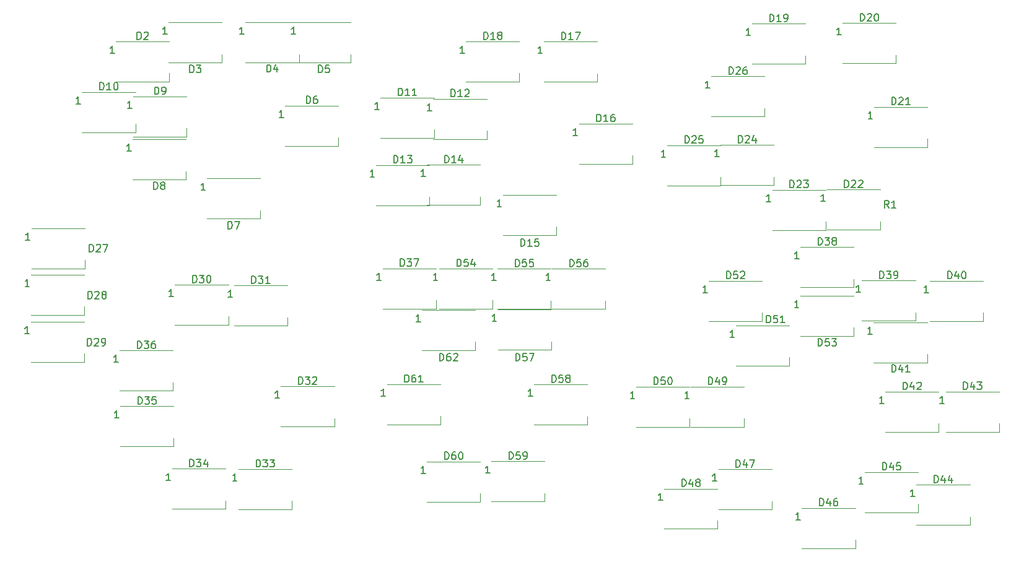
<source format=gbr>
%TF.GenerationSoftware,KiCad,Pcbnew,(5.1.6)-1*%
%TF.CreationDate,2020-11-25T11:23:34+11:00*%
%TF.ProjectId,SIM CNTL Panel PCB V1,53494d20-434e-4544-9c20-50616e656c20,rev?*%
%TF.SameCoordinates,Original*%
%TF.FileFunction,Legend,Top*%
%TF.FilePolarity,Positive*%
%FSLAX46Y46*%
G04 Gerber Fmt 4.6, Leading zero omitted, Abs format (unit mm)*
G04 Created by KiCad (PCBNEW (5.1.6)-1) date 2020-11-25 11:23:34*
%MOMM*%
%LPD*%
G01*
G04 APERTURE LIST*
%ADD10C,0.120000*%
%ADD11C,0.150000*%
G04 APERTURE END LIST*
D10*
%TO.C,D62*%
X135567000Y-93541400D02*
X142867000Y-93541400D01*
X135567000Y-99041400D02*
X142867000Y-99041400D01*
X142867000Y-99041400D02*
X142867000Y-97891400D01*
%TO.C,D61*%
X130781000Y-103727000D02*
X138081000Y-103727000D01*
X130781000Y-109227000D02*
X138081000Y-109227000D01*
X138081000Y-109227000D02*
X138081000Y-108077000D01*
%TO.C,D60*%
X136242000Y-114293000D02*
X143542000Y-114293000D01*
X136242000Y-119793000D02*
X143542000Y-119793000D01*
X143542000Y-119793000D02*
X143542000Y-118643000D01*
%TO.C,D59*%
X145042000Y-114268000D02*
X152342000Y-114268000D01*
X145042000Y-119768000D02*
X152342000Y-119768000D01*
X152342000Y-119768000D02*
X152342000Y-118618000D01*
%TO.C,D58*%
X150897000Y-103752000D02*
X158197000Y-103752000D01*
X150897000Y-109252000D02*
X158197000Y-109252000D01*
X158197000Y-109252000D02*
X158197000Y-108102000D01*
%TO.C,D57*%
X145970000Y-93515800D02*
X153270000Y-93515800D01*
X145970000Y-99015800D02*
X153270000Y-99015800D01*
X153270000Y-99015800D02*
X153270000Y-97865800D01*
%TO.C,D56*%
X153336000Y-87927800D02*
X160636000Y-87927800D01*
X153336000Y-93427800D02*
X160636000Y-93427800D01*
X160636000Y-93427800D02*
X160636000Y-92277800D01*
%TO.C,D55*%
X145905000Y-87928000D02*
X153205000Y-87928000D01*
X145905000Y-93428000D02*
X153205000Y-93428000D01*
X153205000Y-93428000D02*
X153205000Y-92278000D01*
%TO.C,D54*%
X137918000Y-87902800D02*
X145218000Y-87902800D01*
X137918000Y-93402800D02*
X145218000Y-93402800D01*
X145218000Y-93402800D02*
X145218000Y-92252800D01*
%TO.C,D53*%
X187282000Y-91611000D02*
X194582000Y-91611000D01*
X187282000Y-97111000D02*
X194582000Y-97111000D01*
X194582000Y-97111000D02*
X194582000Y-95961000D01*
%TO.C,D52*%
X174773000Y-89578800D02*
X182073000Y-89578800D01*
X174773000Y-95078800D02*
X182073000Y-95078800D01*
X182073000Y-95078800D02*
X182073000Y-93928800D01*
%TO.C,D51*%
X178482000Y-95700200D02*
X185782000Y-95700200D01*
X178482000Y-101200200D02*
X185782000Y-101200200D01*
X185782000Y-101200200D02*
X185782000Y-100050200D01*
%TO.C,D50*%
X164842000Y-104057000D02*
X172142000Y-104057000D01*
X164842000Y-109557000D02*
X172142000Y-109557000D01*
X172142000Y-109557000D02*
X172142000Y-108407000D01*
%TO.C,D49*%
X172296000Y-104057000D02*
X179596000Y-104057000D01*
X172296000Y-109557000D02*
X179596000Y-109557000D01*
X179596000Y-109557000D02*
X179596000Y-108407000D01*
%TO.C,D48*%
X168664000Y-118002000D02*
X175964000Y-118002000D01*
X168664000Y-123502000D02*
X175964000Y-123502000D01*
X175964000Y-123502000D02*
X175964000Y-122352000D01*
%TO.C,D47*%
X176069000Y-115360000D02*
X183369000Y-115360000D01*
X176069000Y-120860000D02*
X183369000Y-120860000D01*
X183369000Y-120860000D02*
X183369000Y-119710000D01*
%TO.C,D46*%
X187485000Y-120643000D02*
X194785000Y-120643000D01*
X187485000Y-126143000D02*
X194785000Y-126143000D01*
X194785000Y-126143000D02*
X194785000Y-124993000D01*
%TO.C,D45*%
X196084000Y-115741000D02*
X203384000Y-115741000D01*
X196084000Y-121241000D02*
X203384000Y-121241000D01*
X203384000Y-121241000D02*
X203384000Y-120091000D01*
%TO.C,D44*%
X203145000Y-117493000D02*
X210445000Y-117493000D01*
X203145000Y-122993000D02*
X210445000Y-122993000D01*
X210445000Y-122993000D02*
X210445000Y-121843000D01*
%TO.C,D43*%
X207145000Y-104717000D02*
X214445000Y-104717000D01*
X207145000Y-110217000D02*
X214445000Y-110217000D01*
X214445000Y-110217000D02*
X214445000Y-109067000D01*
%TO.C,D42*%
X198890000Y-104743000D02*
X206190000Y-104743000D01*
X198890000Y-110243000D02*
X206190000Y-110243000D01*
X206190000Y-110243000D02*
X206190000Y-109093000D01*
%TO.C,D41*%
X197303000Y-95243000D02*
X204603000Y-95243000D01*
X197303000Y-100743000D02*
X204603000Y-100743000D01*
X204603000Y-100743000D02*
X204603000Y-99593000D01*
%TO.C,D40*%
X204999000Y-89579200D02*
X212299000Y-89579200D01*
X204999000Y-95079200D02*
X212299000Y-95079200D01*
X212299000Y-95079200D02*
X212299000Y-93929200D01*
%TO.C,D39*%
X195703000Y-89553400D02*
X203003000Y-89553400D01*
X195703000Y-95053400D02*
X203003000Y-95053400D01*
X203003000Y-95053400D02*
X203003000Y-93903400D01*
%TO.C,D38*%
X187293000Y-84956000D02*
X194593000Y-84956000D01*
X187293000Y-90456000D02*
X194593000Y-90456000D01*
X194593000Y-90456000D02*
X194593000Y-89306000D01*
%TO.C,D37*%
X130183000Y-87877200D02*
X137483000Y-87877200D01*
X130183000Y-93377200D02*
X137483000Y-93377200D01*
X137483000Y-93377200D02*
X137483000Y-92227200D01*
%TO.C,D36*%
X94241600Y-99104000D02*
X101541600Y-99104000D01*
X94241600Y-104604000D02*
X101541600Y-104604000D01*
X101541600Y-104604000D02*
X101541600Y-103454000D01*
%TO.C,D35*%
X94331600Y-106724000D02*
X101631600Y-106724000D01*
X94331600Y-112224000D02*
X101631600Y-112224000D01*
X101631600Y-112224000D02*
X101631600Y-111074000D01*
%TO.C,D34*%
X101404000Y-115284000D02*
X108704000Y-115284000D01*
X101404000Y-120784000D02*
X108704000Y-120784000D01*
X108704000Y-120784000D02*
X108704000Y-119634000D01*
%TO.C,D33*%
X110486000Y-115334000D02*
X117786000Y-115334000D01*
X110486000Y-120834000D02*
X117786000Y-120834000D01*
X117786000Y-120834000D02*
X117786000Y-119684000D01*
%TO.C,D32*%
X116289000Y-104006000D02*
X123589000Y-104006000D01*
X116289000Y-109506000D02*
X123589000Y-109506000D01*
X123589000Y-109506000D02*
X123589000Y-108356000D01*
%TO.C,D31*%
X109876000Y-90213800D02*
X117176000Y-90213800D01*
X109876000Y-95713800D02*
X117176000Y-95713800D01*
X117176000Y-95713800D02*
X117176000Y-94563800D01*
%TO.C,D30*%
X101799000Y-90112200D02*
X109099000Y-90112200D01*
X101799000Y-95612200D02*
X109099000Y-95612200D01*
X109099000Y-95612200D02*
X109099000Y-94462200D01*
%TO.C,D29*%
X82088800Y-95192200D02*
X89388800Y-95192200D01*
X82088800Y-100692200D02*
X89388800Y-100692200D01*
X89388800Y-100692200D02*
X89388800Y-99542200D01*
%TO.C,D28*%
X82114200Y-88715200D02*
X89414200Y-88715200D01*
X82114200Y-94215200D02*
X89414200Y-94215200D01*
X89414200Y-94215200D02*
X89414200Y-93065200D01*
%TO.C,D27*%
X82190400Y-82390600D02*
X89490400Y-82390600D01*
X82190400Y-87890600D02*
X89490400Y-87890600D01*
X89490400Y-87890600D02*
X89490400Y-86740600D01*
%TO.C,D26*%
X175104000Y-61613400D02*
X182404000Y-61613400D01*
X175104000Y-67113400D02*
X182404000Y-67113400D01*
X182404000Y-67113400D02*
X182404000Y-65963400D01*
%TO.C,D25*%
X169082000Y-71036800D02*
X176382000Y-71036800D01*
X169082000Y-76536800D02*
X176382000Y-76536800D01*
X176382000Y-76536800D02*
X176382000Y-75386800D01*
%TO.C,D24*%
X176374000Y-70986000D02*
X183674000Y-70986000D01*
X176374000Y-76486000D02*
X183674000Y-76486000D01*
X183674000Y-76486000D02*
X183674000Y-75336000D01*
%TO.C,D23*%
X183435000Y-77132800D02*
X190735000Y-77132800D01*
X183435000Y-82632800D02*
X190735000Y-82632800D01*
X190735000Y-82632800D02*
X190735000Y-81482800D01*
%TO.C,D22*%
X190902000Y-77107800D02*
X198202000Y-77107800D01*
X190902000Y-82607800D02*
X198202000Y-82607800D01*
X198202000Y-82607800D02*
X198202000Y-81457800D01*
%TO.C,D21*%
X197354000Y-65779000D02*
X204654000Y-65779000D01*
X197354000Y-71279000D02*
X204654000Y-71279000D01*
X204654000Y-71279000D02*
X204654000Y-70129000D01*
%TO.C,D20*%
X193048000Y-54323800D02*
X200348000Y-54323800D01*
X193048000Y-59823800D02*
X200348000Y-59823800D01*
X200348000Y-59823800D02*
X200348000Y-58673800D01*
%TO.C,D19*%
X180664000Y-54399800D02*
X187964000Y-54399800D01*
X180664000Y-59899800D02*
X187964000Y-59899800D01*
X187964000Y-59899800D02*
X187964000Y-58749800D01*
%TO.C,D18*%
X141576000Y-56838200D02*
X148876000Y-56838200D01*
X141576000Y-62338200D02*
X148876000Y-62338200D01*
X148876000Y-62338200D02*
X148876000Y-61188200D01*
%TO.C,D17*%
X152230000Y-56863800D02*
X159530000Y-56863800D01*
X152230000Y-62363800D02*
X159530000Y-62363800D01*
X159530000Y-62363800D02*
X159530000Y-61213800D01*
%TO.C,D16*%
X157030000Y-68090600D02*
X164330000Y-68090600D01*
X157030000Y-73590600D02*
X164330000Y-73590600D01*
X164330000Y-73590600D02*
X164330000Y-72440600D01*
%TO.C,D15*%
X146630000Y-77818600D02*
X153930000Y-77818600D01*
X146630000Y-83318600D02*
X153930000Y-83318600D01*
X153930000Y-83318600D02*
X153930000Y-82168600D01*
%TO.C,D14*%
X136242000Y-73703800D02*
X143542000Y-73703800D01*
X136242000Y-79203800D02*
X143542000Y-79203800D01*
X143542000Y-79203800D02*
X143542000Y-78053800D01*
%TO.C,D13*%
X129282000Y-73729200D02*
X136582000Y-73729200D01*
X129282000Y-79229200D02*
X136582000Y-79229200D01*
X136582000Y-79229200D02*
X136582000Y-78079200D01*
%TO.C,D12*%
X137105000Y-64686800D02*
X144405000Y-64686800D01*
X137105000Y-70186800D02*
X144405000Y-70186800D01*
X144405000Y-70186800D02*
X144405000Y-69036800D01*
%TO.C,D11*%
X129917000Y-64534400D02*
X137217000Y-64534400D01*
X129917000Y-70034400D02*
X137217000Y-70034400D01*
X137217000Y-70034400D02*
X137217000Y-68884400D01*
%TO.C,D10*%
X89099200Y-63747000D02*
X96399200Y-63747000D01*
X89099200Y-69247000D02*
X96399200Y-69247000D01*
X96399200Y-69247000D02*
X96399200Y-68097000D01*
%TO.C,D9*%
X96109600Y-64356600D02*
X103409600Y-64356600D01*
X96109600Y-69856600D02*
X103409600Y-69856600D01*
X103409600Y-69856600D02*
X103409600Y-68706600D01*
%TO.C,D8*%
X96019600Y-70224200D02*
X103319600Y-70224200D01*
X96019600Y-75724200D02*
X103319600Y-75724200D01*
X103319600Y-75724200D02*
X103319600Y-74574200D01*
%TO.C,D7*%
X106168000Y-75583400D02*
X113468000Y-75583400D01*
X106168000Y-81083400D02*
X113468000Y-81083400D01*
X113468000Y-81083400D02*
X113468000Y-79933400D01*
%TO.C,D6*%
X116861000Y-65601200D02*
X124161000Y-65601200D01*
X116861000Y-71101200D02*
X124161000Y-71101200D01*
X124161000Y-71101200D02*
X124161000Y-69951200D01*
%TO.C,D5*%
X118510200Y-54222400D02*
X125810200Y-54222400D01*
X118510200Y-59722400D02*
X125810200Y-59722400D01*
X125810200Y-59722400D02*
X125810200Y-58572400D01*
%TO.C,D4*%
X111449000Y-54247800D02*
X118749000Y-54247800D01*
X111449000Y-59747800D02*
X118749000Y-59747800D01*
X118749000Y-59747800D02*
X118749000Y-58597800D01*
%TO.C,D3*%
X100947000Y-54222200D02*
X108247000Y-54222200D01*
X100947000Y-59722200D02*
X108247000Y-59722200D01*
X108247000Y-59722200D02*
X108247000Y-58572200D01*
%TO.C,D2*%
X93733600Y-56838400D02*
X101033600Y-56838400D01*
X93733600Y-62338400D02*
X101033600Y-62338400D01*
X101033600Y-62338400D02*
X101033600Y-61188400D01*
%TO.C,D62*%
D11*
X137977714Y-100502980D02*
X137977714Y-99502980D01*
X138215809Y-99502980D01*
X138358666Y-99550600D01*
X138453904Y-99645838D01*
X138501523Y-99741076D01*
X138549142Y-99931552D01*
X138549142Y-100074409D01*
X138501523Y-100264885D01*
X138453904Y-100360123D01*
X138358666Y-100455361D01*
X138215809Y-100502980D01*
X137977714Y-100502980D01*
X139406285Y-99502980D02*
X139215809Y-99502980D01*
X139120571Y-99550600D01*
X139072952Y-99598219D01*
X138977714Y-99741076D01*
X138930095Y-99931552D01*
X138930095Y-100312504D01*
X138977714Y-100407742D01*
X139025333Y-100455361D01*
X139120571Y-100502980D01*
X139311047Y-100502980D01*
X139406285Y-100455361D01*
X139453904Y-100407742D01*
X139501523Y-100312504D01*
X139501523Y-100074409D01*
X139453904Y-99979171D01*
X139406285Y-99931552D01*
X139311047Y-99883933D01*
X139120571Y-99883933D01*
X139025333Y-99931552D01*
X138977714Y-99979171D01*
X138930095Y-100074409D01*
X139882476Y-99598219D02*
X139930095Y-99550600D01*
X140025333Y-99502980D01*
X140263428Y-99502980D01*
X140358666Y-99550600D01*
X140406285Y-99598219D01*
X140453904Y-99693457D01*
X140453904Y-99788695D01*
X140406285Y-99931552D01*
X139834857Y-100502980D01*
X140453904Y-100502980D01*
X135352714Y-95143780D02*
X134781285Y-95143780D01*
X135067000Y-95143780D02*
X135067000Y-94143780D01*
X134971761Y-94286638D01*
X134876523Y-94381876D01*
X134781285Y-94429495D01*
%TO.C,D61*%
X133216714Y-103429380D02*
X133216714Y-102429380D01*
X133454809Y-102429380D01*
X133597666Y-102477000D01*
X133692904Y-102572238D01*
X133740523Y-102667476D01*
X133788142Y-102857952D01*
X133788142Y-103000809D01*
X133740523Y-103191285D01*
X133692904Y-103286523D01*
X133597666Y-103381761D01*
X133454809Y-103429380D01*
X133216714Y-103429380D01*
X134645285Y-102429380D02*
X134454809Y-102429380D01*
X134359571Y-102477000D01*
X134311952Y-102524619D01*
X134216714Y-102667476D01*
X134169095Y-102857952D01*
X134169095Y-103238904D01*
X134216714Y-103334142D01*
X134264333Y-103381761D01*
X134359571Y-103429380D01*
X134550047Y-103429380D01*
X134645285Y-103381761D01*
X134692904Y-103334142D01*
X134740523Y-103238904D01*
X134740523Y-103000809D01*
X134692904Y-102905571D01*
X134645285Y-102857952D01*
X134550047Y-102810333D01*
X134359571Y-102810333D01*
X134264333Y-102857952D01*
X134216714Y-102905571D01*
X134169095Y-103000809D01*
X135692904Y-103429380D02*
X135121476Y-103429380D01*
X135407190Y-103429380D02*
X135407190Y-102429380D01*
X135311952Y-102572238D01*
X135216714Y-102667476D01*
X135121476Y-102715095D01*
X130566714Y-105329380D02*
X129995285Y-105329380D01*
X130281000Y-105329380D02*
X130281000Y-104329380D01*
X130185761Y-104472238D01*
X130090523Y-104567476D01*
X129995285Y-104615095D01*
%TO.C,D60*%
X138677714Y-113995380D02*
X138677714Y-112995380D01*
X138915809Y-112995380D01*
X139058666Y-113043000D01*
X139153904Y-113138238D01*
X139201523Y-113233476D01*
X139249142Y-113423952D01*
X139249142Y-113566809D01*
X139201523Y-113757285D01*
X139153904Y-113852523D01*
X139058666Y-113947761D01*
X138915809Y-113995380D01*
X138677714Y-113995380D01*
X140106285Y-112995380D02*
X139915809Y-112995380D01*
X139820571Y-113043000D01*
X139772952Y-113090619D01*
X139677714Y-113233476D01*
X139630095Y-113423952D01*
X139630095Y-113804904D01*
X139677714Y-113900142D01*
X139725333Y-113947761D01*
X139820571Y-113995380D01*
X140011047Y-113995380D01*
X140106285Y-113947761D01*
X140153904Y-113900142D01*
X140201523Y-113804904D01*
X140201523Y-113566809D01*
X140153904Y-113471571D01*
X140106285Y-113423952D01*
X140011047Y-113376333D01*
X139820571Y-113376333D01*
X139725333Y-113423952D01*
X139677714Y-113471571D01*
X139630095Y-113566809D01*
X140820571Y-112995380D02*
X140915809Y-112995380D01*
X141011047Y-113043000D01*
X141058666Y-113090619D01*
X141106285Y-113185857D01*
X141153904Y-113376333D01*
X141153904Y-113614428D01*
X141106285Y-113804904D01*
X141058666Y-113900142D01*
X141011047Y-113947761D01*
X140915809Y-113995380D01*
X140820571Y-113995380D01*
X140725333Y-113947761D01*
X140677714Y-113900142D01*
X140630095Y-113804904D01*
X140582476Y-113614428D01*
X140582476Y-113376333D01*
X140630095Y-113185857D01*
X140677714Y-113090619D01*
X140725333Y-113043000D01*
X140820571Y-112995380D01*
X136027714Y-115895380D02*
X135456285Y-115895380D01*
X135742000Y-115895380D02*
X135742000Y-114895380D01*
X135646761Y-115038238D01*
X135551523Y-115133476D01*
X135456285Y-115181095D01*
%TO.C,D59*%
X147477714Y-113970380D02*
X147477714Y-112970380D01*
X147715809Y-112970380D01*
X147858666Y-113018000D01*
X147953904Y-113113238D01*
X148001523Y-113208476D01*
X148049142Y-113398952D01*
X148049142Y-113541809D01*
X148001523Y-113732285D01*
X147953904Y-113827523D01*
X147858666Y-113922761D01*
X147715809Y-113970380D01*
X147477714Y-113970380D01*
X148953904Y-112970380D02*
X148477714Y-112970380D01*
X148430095Y-113446571D01*
X148477714Y-113398952D01*
X148572952Y-113351333D01*
X148811047Y-113351333D01*
X148906285Y-113398952D01*
X148953904Y-113446571D01*
X149001523Y-113541809D01*
X149001523Y-113779904D01*
X148953904Y-113875142D01*
X148906285Y-113922761D01*
X148811047Y-113970380D01*
X148572952Y-113970380D01*
X148477714Y-113922761D01*
X148430095Y-113875142D01*
X149477714Y-113970380D02*
X149668190Y-113970380D01*
X149763428Y-113922761D01*
X149811047Y-113875142D01*
X149906285Y-113732285D01*
X149953904Y-113541809D01*
X149953904Y-113160857D01*
X149906285Y-113065619D01*
X149858666Y-113018000D01*
X149763428Y-112970380D01*
X149572952Y-112970380D01*
X149477714Y-113018000D01*
X149430095Y-113065619D01*
X149382476Y-113160857D01*
X149382476Y-113398952D01*
X149430095Y-113494190D01*
X149477714Y-113541809D01*
X149572952Y-113589428D01*
X149763428Y-113589428D01*
X149858666Y-113541809D01*
X149906285Y-113494190D01*
X149953904Y-113398952D01*
X144827714Y-115870380D02*
X144256285Y-115870380D01*
X144542000Y-115870380D02*
X144542000Y-114870380D01*
X144446761Y-115013238D01*
X144351523Y-115108476D01*
X144256285Y-115156095D01*
%TO.C,D58*%
X153332714Y-103454380D02*
X153332714Y-102454380D01*
X153570809Y-102454380D01*
X153713666Y-102502000D01*
X153808904Y-102597238D01*
X153856523Y-102692476D01*
X153904142Y-102882952D01*
X153904142Y-103025809D01*
X153856523Y-103216285D01*
X153808904Y-103311523D01*
X153713666Y-103406761D01*
X153570809Y-103454380D01*
X153332714Y-103454380D01*
X154808904Y-102454380D02*
X154332714Y-102454380D01*
X154285095Y-102930571D01*
X154332714Y-102882952D01*
X154427952Y-102835333D01*
X154666047Y-102835333D01*
X154761285Y-102882952D01*
X154808904Y-102930571D01*
X154856523Y-103025809D01*
X154856523Y-103263904D01*
X154808904Y-103359142D01*
X154761285Y-103406761D01*
X154666047Y-103454380D01*
X154427952Y-103454380D01*
X154332714Y-103406761D01*
X154285095Y-103359142D01*
X155427952Y-102882952D02*
X155332714Y-102835333D01*
X155285095Y-102787714D01*
X155237476Y-102692476D01*
X155237476Y-102644857D01*
X155285095Y-102549619D01*
X155332714Y-102502000D01*
X155427952Y-102454380D01*
X155618428Y-102454380D01*
X155713666Y-102502000D01*
X155761285Y-102549619D01*
X155808904Y-102644857D01*
X155808904Y-102692476D01*
X155761285Y-102787714D01*
X155713666Y-102835333D01*
X155618428Y-102882952D01*
X155427952Y-102882952D01*
X155332714Y-102930571D01*
X155285095Y-102978190D01*
X155237476Y-103073428D01*
X155237476Y-103263904D01*
X155285095Y-103359142D01*
X155332714Y-103406761D01*
X155427952Y-103454380D01*
X155618428Y-103454380D01*
X155713666Y-103406761D01*
X155761285Y-103359142D01*
X155808904Y-103263904D01*
X155808904Y-103073428D01*
X155761285Y-102978190D01*
X155713666Y-102930571D01*
X155618428Y-102882952D01*
X150682714Y-105354380D02*
X150111285Y-105354380D01*
X150397000Y-105354380D02*
X150397000Y-104354380D01*
X150301761Y-104497238D01*
X150206523Y-104592476D01*
X150111285Y-104640095D01*
%TO.C,D57*%
X148391714Y-100502980D02*
X148391714Y-99502980D01*
X148629809Y-99502980D01*
X148772666Y-99550600D01*
X148867904Y-99645838D01*
X148915523Y-99741076D01*
X148963142Y-99931552D01*
X148963142Y-100074409D01*
X148915523Y-100264885D01*
X148867904Y-100360123D01*
X148772666Y-100455361D01*
X148629809Y-100502980D01*
X148391714Y-100502980D01*
X149867904Y-99502980D02*
X149391714Y-99502980D01*
X149344095Y-99979171D01*
X149391714Y-99931552D01*
X149486952Y-99883933D01*
X149725047Y-99883933D01*
X149820285Y-99931552D01*
X149867904Y-99979171D01*
X149915523Y-100074409D01*
X149915523Y-100312504D01*
X149867904Y-100407742D01*
X149820285Y-100455361D01*
X149725047Y-100502980D01*
X149486952Y-100502980D01*
X149391714Y-100455361D01*
X149344095Y-100407742D01*
X150248857Y-99502980D02*
X150915523Y-99502980D01*
X150486952Y-100502980D01*
X145755714Y-95118180D02*
X145184285Y-95118180D01*
X145470000Y-95118180D02*
X145470000Y-94118180D01*
X145374761Y-94261038D01*
X145279523Y-94356276D01*
X145184285Y-94403895D01*
%TO.C,D56*%
X155771714Y-87630180D02*
X155771714Y-86630180D01*
X156009809Y-86630180D01*
X156152666Y-86677800D01*
X156247904Y-86773038D01*
X156295523Y-86868276D01*
X156343142Y-87058752D01*
X156343142Y-87201609D01*
X156295523Y-87392085D01*
X156247904Y-87487323D01*
X156152666Y-87582561D01*
X156009809Y-87630180D01*
X155771714Y-87630180D01*
X157247904Y-86630180D02*
X156771714Y-86630180D01*
X156724095Y-87106371D01*
X156771714Y-87058752D01*
X156866952Y-87011133D01*
X157105047Y-87011133D01*
X157200285Y-87058752D01*
X157247904Y-87106371D01*
X157295523Y-87201609D01*
X157295523Y-87439704D01*
X157247904Y-87534942D01*
X157200285Y-87582561D01*
X157105047Y-87630180D01*
X156866952Y-87630180D01*
X156771714Y-87582561D01*
X156724095Y-87534942D01*
X158152666Y-86630180D02*
X157962190Y-86630180D01*
X157866952Y-86677800D01*
X157819333Y-86725419D01*
X157724095Y-86868276D01*
X157676476Y-87058752D01*
X157676476Y-87439704D01*
X157724095Y-87534942D01*
X157771714Y-87582561D01*
X157866952Y-87630180D01*
X158057428Y-87630180D01*
X158152666Y-87582561D01*
X158200285Y-87534942D01*
X158247904Y-87439704D01*
X158247904Y-87201609D01*
X158200285Y-87106371D01*
X158152666Y-87058752D01*
X158057428Y-87011133D01*
X157866952Y-87011133D01*
X157771714Y-87058752D01*
X157724095Y-87106371D01*
X157676476Y-87201609D01*
X153121714Y-89530180D02*
X152550285Y-89530180D01*
X152836000Y-89530180D02*
X152836000Y-88530180D01*
X152740761Y-88673038D01*
X152645523Y-88768276D01*
X152550285Y-88815895D01*
%TO.C,D55*%
X148340714Y-87630380D02*
X148340714Y-86630380D01*
X148578809Y-86630380D01*
X148721666Y-86678000D01*
X148816904Y-86773238D01*
X148864523Y-86868476D01*
X148912142Y-87058952D01*
X148912142Y-87201809D01*
X148864523Y-87392285D01*
X148816904Y-87487523D01*
X148721666Y-87582761D01*
X148578809Y-87630380D01*
X148340714Y-87630380D01*
X149816904Y-86630380D02*
X149340714Y-86630380D01*
X149293095Y-87106571D01*
X149340714Y-87058952D01*
X149435952Y-87011333D01*
X149674047Y-87011333D01*
X149769285Y-87058952D01*
X149816904Y-87106571D01*
X149864523Y-87201809D01*
X149864523Y-87439904D01*
X149816904Y-87535142D01*
X149769285Y-87582761D01*
X149674047Y-87630380D01*
X149435952Y-87630380D01*
X149340714Y-87582761D01*
X149293095Y-87535142D01*
X150769285Y-86630380D02*
X150293095Y-86630380D01*
X150245476Y-87106571D01*
X150293095Y-87058952D01*
X150388333Y-87011333D01*
X150626428Y-87011333D01*
X150721666Y-87058952D01*
X150769285Y-87106571D01*
X150816904Y-87201809D01*
X150816904Y-87439904D01*
X150769285Y-87535142D01*
X150721666Y-87582761D01*
X150626428Y-87630380D01*
X150388333Y-87630380D01*
X150293095Y-87582761D01*
X150245476Y-87535142D01*
X145690714Y-89530380D02*
X145119285Y-89530380D01*
X145405000Y-89530380D02*
X145405000Y-88530380D01*
X145309761Y-88673238D01*
X145214523Y-88768476D01*
X145119285Y-88816095D01*
%TO.C,D54*%
X140353714Y-87605180D02*
X140353714Y-86605180D01*
X140591809Y-86605180D01*
X140734666Y-86652800D01*
X140829904Y-86748038D01*
X140877523Y-86843276D01*
X140925142Y-87033752D01*
X140925142Y-87176609D01*
X140877523Y-87367085D01*
X140829904Y-87462323D01*
X140734666Y-87557561D01*
X140591809Y-87605180D01*
X140353714Y-87605180D01*
X141829904Y-86605180D02*
X141353714Y-86605180D01*
X141306095Y-87081371D01*
X141353714Y-87033752D01*
X141448952Y-86986133D01*
X141687047Y-86986133D01*
X141782285Y-87033752D01*
X141829904Y-87081371D01*
X141877523Y-87176609D01*
X141877523Y-87414704D01*
X141829904Y-87509942D01*
X141782285Y-87557561D01*
X141687047Y-87605180D01*
X141448952Y-87605180D01*
X141353714Y-87557561D01*
X141306095Y-87509942D01*
X142734666Y-86938514D02*
X142734666Y-87605180D01*
X142496571Y-86557561D02*
X142258476Y-87271847D01*
X142877523Y-87271847D01*
X137703714Y-89505180D02*
X137132285Y-89505180D01*
X137418000Y-89505180D02*
X137418000Y-88505180D01*
X137322761Y-88648038D01*
X137227523Y-88743276D01*
X137132285Y-88790895D01*
%TO.C,D53*%
X189717514Y-98470980D02*
X189717514Y-97470980D01*
X189955609Y-97470980D01*
X190098466Y-97518600D01*
X190193704Y-97613838D01*
X190241323Y-97709076D01*
X190288942Y-97899552D01*
X190288942Y-98042409D01*
X190241323Y-98232885D01*
X190193704Y-98328123D01*
X190098466Y-98423361D01*
X189955609Y-98470980D01*
X189717514Y-98470980D01*
X191193704Y-97470980D02*
X190717514Y-97470980D01*
X190669895Y-97947171D01*
X190717514Y-97899552D01*
X190812752Y-97851933D01*
X191050847Y-97851933D01*
X191146085Y-97899552D01*
X191193704Y-97947171D01*
X191241323Y-98042409D01*
X191241323Y-98280504D01*
X191193704Y-98375742D01*
X191146085Y-98423361D01*
X191050847Y-98470980D01*
X190812752Y-98470980D01*
X190717514Y-98423361D01*
X190669895Y-98375742D01*
X191574657Y-97470980D02*
X192193704Y-97470980D01*
X191860371Y-97851933D01*
X192003228Y-97851933D01*
X192098466Y-97899552D01*
X192146085Y-97947171D01*
X192193704Y-98042409D01*
X192193704Y-98280504D01*
X192146085Y-98375742D01*
X192098466Y-98423361D01*
X192003228Y-98470980D01*
X191717514Y-98470980D01*
X191622276Y-98423361D01*
X191574657Y-98375742D01*
X187067714Y-93213380D02*
X186496285Y-93213380D01*
X186782000Y-93213380D02*
X186782000Y-92213380D01*
X186686761Y-92356238D01*
X186591523Y-92451476D01*
X186496285Y-92499095D01*
%TO.C,D52*%
X177208714Y-89281180D02*
X177208714Y-88281180D01*
X177446809Y-88281180D01*
X177589666Y-88328800D01*
X177684904Y-88424038D01*
X177732523Y-88519276D01*
X177780142Y-88709752D01*
X177780142Y-88852609D01*
X177732523Y-89043085D01*
X177684904Y-89138323D01*
X177589666Y-89233561D01*
X177446809Y-89281180D01*
X177208714Y-89281180D01*
X178684904Y-88281180D02*
X178208714Y-88281180D01*
X178161095Y-88757371D01*
X178208714Y-88709752D01*
X178303952Y-88662133D01*
X178542047Y-88662133D01*
X178637285Y-88709752D01*
X178684904Y-88757371D01*
X178732523Y-88852609D01*
X178732523Y-89090704D01*
X178684904Y-89185942D01*
X178637285Y-89233561D01*
X178542047Y-89281180D01*
X178303952Y-89281180D01*
X178208714Y-89233561D01*
X178161095Y-89185942D01*
X179113476Y-88376419D02*
X179161095Y-88328800D01*
X179256333Y-88281180D01*
X179494428Y-88281180D01*
X179589666Y-88328800D01*
X179637285Y-88376419D01*
X179684904Y-88471657D01*
X179684904Y-88566895D01*
X179637285Y-88709752D01*
X179065857Y-89281180D01*
X179684904Y-89281180D01*
X174558714Y-91181180D02*
X173987285Y-91181180D01*
X174273000Y-91181180D02*
X174273000Y-90181180D01*
X174177761Y-90324038D01*
X174082523Y-90419276D01*
X173987285Y-90466895D01*
%TO.C,D51*%
X182656314Y-95295980D02*
X182656314Y-94295980D01*
X182894409Y-94295980D01*
X183037266Y-94343600D01*
X183132504Y-94438838D01*
X183180123Y-94534076D01*
X183227742Y-94724552D01*
X183227742Y-94867409D01*
X183180123Y-95057885D01*
X183132504Y-95153123D01*
X183037266Y-95248361D01*
X182894409Y-95295980D01*
X182656314Y-95295980D01*
X184132504Y-94295980D02*
X183656314Y-94295980D01*
X183608695Y-94772171D01*
X183656314Y-94724552D01*
X183751552Y-94676933D01*
X183989647Y-94676933D01*
X184084885Y-94724552D01*
X184132504Y-94772171D01*
X184180123Y-94867409D01*
X184180123Y-95105504D01*
X184132504Y-95200742D01*
X184084885Y-95248361D01*
X183989647Y-95295980D01*
X183751552Y-95295980D01*
X183656314Y-95248361D01*
X183608695Y-95200742D01*
X185132504Y-95295980D02*
X184561076Y-95295980D01*
X184846790Y-95295980D02*
X184846790Y-94295980D01*
X184751552Y-94438838D01*
X184656314Y-94534076D01*
X184561076Y-94581695D01*
X178267714Y-97302580D02*
X177696285Y-97302580D01*
X177982000Y-97302580D02*
X177982000Y-96302580D01*
X177886761Y-96445438D01*
X177791523Y-96540676D01*
X177696285Y-96588295D01*
%TO.C,D50*%
X167277714Y-103759380D02*
X167277714Y-102759380D01*
X167515809Y-102759380D01*
X167658666Y-102807000D01*
X167753904Y-102902238D01*
X167801523Y-102997476D01*
X167849142Y-103187952D01*
X167849142Y-103330809D01*
X167801523Y-103521285D01*
X167753904Y-103616523D01*
X167658666Y-103711761D01*
X167515809Y-103759380D01*
X167277714Y-103759380D01*
X168753904Y-102759380D02*
X168277714Y-102759380D01*
X168230095Y-103235571D01*
X168277714Y-103187952D01*
X168372952Y-103140333D01*
X168611047Y-103140333D01*
X168706285Y-103187952D01*
X168753904Y-103235571D01*
X168801523Y-103330809D01*
X168801523Y-103568904D01*
X168753904Y-103664142D01*
X168706285Y-103711761D01*
X168611047Y-103759380D01*
X168372952Y-103759380D01*
X168277714Y-103711761D01*
X168230095Y-103664142D01*
X169420571Y-102759380D02*
X169515809Y-102759380D01*
X169611047Y-102807000D01*
X169658666Y-102854619D01*
X169706285Y-102949857D01*
X169753904Y-103140333D01*
X169753904Y-103378428D01*
X169706285Y-103568904D01*
X169658666Y-103664142D01*
X169611047Y-103711761D01*
X169515809Y-103759380D01*
X169420571Y-103759380D01*
X169325333Y-103711761D01*
X169277714Y-103664142D01*
X169230095Y-103568904D01*
X169182476Y-103378428D01*
X169182476Y-103140333D01*
X169230095Y-102949857D01*
X169277714Y-102854619D01*
X169325333Y-102807000D01*
X169420571Y-102759380D01*
X164627714Y-105659380D02*
X164056285Y-105659380D01*
X164342000Y-105659380D02*
X164342000Y-104659380D01*
X164246761Y-104802238D01*
X164151523Y-104897476D01*
X164056285Y-104945095D01*
%TO.C,D49*%
X174731714Y-103759380D02*
X174731714Y-102759380D01*
X174969809Y-102759380D01*
X175112666Y-102807000D01*
X175207904Y-102902238D01*
X175255523Y-102997476D01*
X175303142Y-103187952D01*
X175303142Y-103330809D01*
X175255523Y-103521285D01*
X175207904Y-103616523D01*
X175112666Y-103711761D01*
X174969809Y-103759380D01*
X174731714Y-103759380D01*
X176160285Y-103092714D02*
X176160285Y-103759380D01*
X175922190Y-102711761D02*
X175684095Y-103426047D01*
X176303142Y-103426047D01*
X176731714Y-103759380D02*
X176922190Y-103759380D01*
X177017428Y-103711761D01*
X177065047Y-103664142D01*
X177160285Y-103521285D01*
X177207904Y-103330809D01*
X177207904Y-102949857D01*
X177160285Y-102854619D01*
X177112666Y-102807000D01*
X177017428Y-102759380D01*
X176826952Y-102759380D01*
X176731714Y-102807000D01*
X176684095Y-102854619D01*
X176636476Y-102949857D01*
X176636476Y-103187952D01*
X176684095Y-103283190D01*
X176731714Y-103330809D01*
X176826952Y-103378428D01*
X177017428Y-103378428D01*
X177112666Y-103330809D01*
X177160285Y-103283190D01*
X177207904Y-103187952D01*
X172081714Y-105659380D02*
X171510285Y-105659380D01*
X171796000Y-105659380D02*
X171796000Y-104659380D01*
X171700761Y-104802238D01*
X171605523Y-104897476D01*
X171510285Y-104945095D01*
%TO.C,D48*%
X171099714Y-117704380D02*
X171099714Y-116704380D01*
X171337809Y-116704380D01*
X171480666Y-116752000D01*
X171575904Y-116847238D01*
X171623523Y-116942476D01*
X171671142Y-117132952D01*
X171671142Y-117275809D01*
X171623523Y-117466285D01*
X171575904Y-117561523D01*
X171480666Y-117656761D01*
X171337809Y-117704380D01*
X171099714Y-117704380D01*
X172528285Y-117037714D02*
X172528285Y-117704380D01*
X172290190Y-116656761D02*
X172052095Y-117371047D01*
X172671142Y-117371047D01*
X173194952Y-117132952D02*
X173099714Y-117085333D01*
X173052095Y-117037714D01*
X173004476Y-116942476D01*
X173004476Y-116894857D01*
X173052095Y-116799619D01*
X173099714Y-116752000D01*
X173194952Y-116704380D01*
X173385428Y-116704380D01*
X173480666Y-116752000D01*
X173528285Y-116799619D01*
X173575904Y-116894857D01*
X173575904Y-116942476D01*
X173528285Y-117037714D01*
X173480666Y-117085333D01*
X173385428Y-117132952D01*
X173194952Y-117132952D01*
X173099714Y-117180571D01*
X173052095Y-117228190D01*
X173004476Y-117323428D01*
X173004476Y-117513904D01*
X173052095Y-117609142D01*
X173099714Y-117656761D01*
X173194952Y-117704380D01*
X173385428Y-117704380D01*
X173480666Y-117656761D01*
X173528285Y-117609142D01*
X173575904Y-117513904D01*
X173575904Y-117323428D01*
X173528285Y-117228190D01*
X173480666Y-117180571D01*
X173385428Y-117132952D01*
X168449714Y-119604380D02*
X167878285Y-119604380D01*
X168164000Y-119604380D02*
X168164000Y-118604380D01*
X168068761Y-118747238D01*
X167973523Y-118842476D01*
X167878285Y-118890095D01*
%TO.C,D47*%
X178504714Y-115062380D02*
X178504714Y-114062380D01*
X178742809Y-114062380D01*
X178885666Y-114110000D01*
X178980904Y-114205238D01*
X179028523Y-114300476D01*
X179076142Y-114490952D01*
X179076142Y-114633809D01*
X179028523Y-114824285D01*
X178980904Y-114919523D01*
X178885666Y-115014761D01*
X178742809Y-115062380D01*
X178504714Y-115062380D01*
X179933285Y-114395714D02*
X179933285Y-115062380D01*
X179695190Y-114014761D02*
X179457095Y-114729047D01*
X180076142Y-114729047D01*
X180361857Y-114062380D02*
X181028523Y-114062380D01*
X180599952Y-115062380D01*
X175854714Y-116962380D02*
X175283285Y-116962380D01*
X175569000Y-116962380D02*
X175569000Y-115962380D01*
X175473761Y-116105238D01*
X175378523Y-116200476D01*
X175283285Y-116248095D01*
%TO.C,D46*%
X189920714Y-120345380D02*
X189920714Y-119345380D01*
X190158809Y-119345380D01*
X190301666Y-119393000D01*
X190396904Y-119488238D01*
X190444523Y-119583476D01*
X190492142Y-119773952D01*
X190492142Y-119916809D01*
X190444523Y-120107285D01*
X190396904Y-120202523D01*
X190301666Y-120297761D01*
X190158809Y-120345380D01*
X189920714Y-120345380D01*
X191349285Y-119678714D02*
X191349285Y-120345380D01*
X191111190Y-119297761D02*
X190873095Y-120012047D01*
X191492142Y-120012047D01*
X192301666Y-119345380D02*
X192111190Y-119345380D01*
X192015952Y-119393000D01*
X191968333Y-119440619D01*
X191873095Y-119583476D01*
X191825476Y-119773952D01*
X191825476Y-120154904D01*
X191873095Y-120250142D01*
X191920714Y-120297761D01*
X192015952Y-120345380D01*
X192206428Y-120345380D01*
X192301666Y-120297761D01*
X192349285Y-120250142D01*
X192396904Y-120154904D01*
X192396904Y-119916809D01*
X192349285Y-119821571D01*
X192301666Y-119773952D01*
X192206428Y-119726333D01*
X192015952Y-119726333D01*
X191920714Y-119773952D01*
X191873095Y-119821571D01*
X191825476Y-119916809D01*
X187270714Y-122245380D02*
X186699285Y-122245380D01*
X186985000Y-122245380D02*
X186985000Y-121245380D01*
X186889761Y-121388238D01*
X186794523Y-121483476D01*
X186699285Y-121531095D01*
%TO.C,D45*%
X198519714Y-115443380D02*
X198519714Y-114443380D01*
X198757809Y-114443380D01*
X198900666Y-114491000D01*
X198995904Y-114586238D01*
X199043523Y-114681476D01*
X199091142Y-114871952D01*
X199091142Y-115014809D01*
X199043523Y-115205285D01*
X198995904Y-115300523D01*
X198900666Y-115395761D01*
X198757809Y-115443380D01*
X198519714Y-115443380D01*
X199948285Y-114776714D02*
X199948285Y-115443380D01*
X199710190Y-114395761D02*
X199472095Y-115110047D01*
X200091142Y-115110047D01*
X200948285Y-114443380D02*
X200472095Y-114443380D01*
X200424476Y-114919571D01*
X200472095Y-114871952D01*
X200567333Y-114824333D01*
X200805428Y-114824333D01*
X200900666Y-114871952D01*
X200948285Y-114919571D01*
X200995904Y-115014809D01*
X200995904Y-115252904D01*
X200948285Y-115348142D01*
X200900666Y-115395761D01*
X200805428Y-115443380D01*
X200567333Y-115443380D01*
X200472095Y-115395761D01*
X200424476Y-115348142D01*
X195869714Y-117343380D02*
X195298285Y-117343380D01*
X195584000Y-117343380D02*
X195584000Y-116343380D01*
X195488761Y-116486238D01*
X195393523Y-116581476D01*
X195298285Y-116629095D01*
%TO.C,D44*%
X205580714Y-117195380D02*
X205580714Y-116195380D01*
X205818809Y-116195380D01*
X205961666Y-116243000D01*
X206056904Y-116338238D01*
X206104523Y-116433476D01*
X206152142Y-116623952D01*
X206152142Y-116766809D01*
X206104523Y-116957285D01*
X206056904Y-117052523D01*
X205961666Y-117147761D01*
X205818809Y-117195380D01*
X205580714Y-117195380D01*
X207009285Y-116528714D02*
X207009285Y-117195380D01*
X206771190Y-116147761D02*
X206533095Y-116862047D01*
X207152142Y-116862047D01*
X207961666Y-116528714D02*
X207961666Y-117195380D01*
X207723571Y-116147761D02*
X207485476Y-116862047D01*
X208104523Y-116862047D01*
X202930714Y-119095380D02*
X202359285Y-119095380D01*
X202645000Y-119095380D02*
X202645000Y-118095380D01*
X202549761Y-118238238D01*
X202454523Y-118333476D01*
X202359285Y-118381095D01*
%TO.C,D43*%
X209580714Y-104419380D02*
X209580714Y-103419380D01*
X209818809Y-103419380D01*
X209961666Y-103467000D01*
X210056904Y-103562238D01*
X210104523Y-103657476D01*
X210152142Y-103847952D01*
X210152142Y-103990809D01*
X210104523Y-104181285D01*
X210056904Y-104276523D01*
X209961666Y-104371761D01*
X209818809Y-104419380D01*
X209580714Y-104419380D01*
X211009285Y-103752714D02*
X211009285Y-104419380D01*
X210771190Y-103371761D02*
X210533095Y-104086047D01*
X211152142Y-104086047D01*
X211437857Y-103419380D02*
X212056904Y-103419380D01*
X211723571Y-103800333D01*
X211866428Y-103800333D01*
X211961666Y-103847952D01*
X212009285Y-103895571D01*
X212056904Y-103990809D01*
X212056904Y-104228904D01*
X212009285Y-104324142D01*
X211961666Y-104371761D01*
X211866428Y-104419380D01*
X211580714Y-104419380D01*
X211485476Y-104371761D01*
X211437857Y-104324142D01*
X206930714Y-106319380D02*
X206359285Y-106319380D01*
X206645000Y-106319380D02*
X206645000Y-105319380D01*
X206549761Y-105462238D01*
X206454523Y-105557476D01*
X206359285Y-105605095D01*
%TO.C,D42*%
X201325714Y-104445380D02*
X201325714Y-103445380D01*
X201563809Y-103445380D01*
X201706666Y-103493000D01*
X201801904Y-103588238D01*
X201849523Y-103683476D01*
X201897142Y-103873952D01*
X201897142Y-104016809D01*
X201849523Y-104207285D01*
X201801904Y-104302523D01*
X201706666Y-104397761D01*
X201563809Y-104445380D01*
X201325714Y-104445380D01*
X202754285Y-103778714D02*
X202754285Y-104445380D01*
X202516190Y-103397761D02*
X202278095Y-104112047D01*
X202897142Y-104112047D01*
X203230476Y-103540619D02*
X203278095Y-103493000D01*
X203373333Y-103445380D01*
X203611428Y-103445380D01*
X203706666Y-103493000D01*
X203754285Y-103540619D01*
X203801904Y-103635857D01*
X203801904Y-103731095D01*
X203754285Y-103873952D01*
X203182857Y-104445380D01*
X203801904Y-104445380D01*
X198675714Y-106345380D02*
X198104285Y-106345380D01*
X198390000Y-106345380D02*
X198390000Y-105345380D01*
X198294761Y-105488238D01*
X198199523Y-105583476D01*
X198104285Y-105631095D01*
%TO.C,D41*%
X199775914Y-102052380D02*
X199775914Y-101052380D01*
X200014009Y-101052380D01*
X200156866Y-101100000D01*
X200252104Y-101195238D01*
X200299723Y-101290476D01*
X200347342Y-101480952D01*
X200347342Y-101623809D01*
X200299723Y-101814285D01*
X200252104Y-101909523D01*
X200156866Y-102004761D01*
X200014009Y-102052380D01*
X199775914Y-102052380D01*
X201204485Y-101385714D02*
X201204485Y-102052380D01*
X200966390Y-101004761D02*
X200728295Y-101719047D01*
X201347342Y-101719047D01*
X202252104Y-102052380D02*
X201680676Y-102052380D01*
X201966390Y-102052380D02*
X201966390Y-101052380D01*
X201871152Y-101195238D01*
X201775914Y-101290476D01*
X201680676Y-101338095D01*
X197088714Y-96845380D02*
X196517285Y-96845380D01*
X196803000Y-96845380D02*
X196803000Y-95845380D01*
X196707761Y-95988238D01*
X196612523Y-96083476D01*
X196517285Y-96131095D01*
%TO.C,D40*%
X207434714Y-89281580D02*
X207434714Y-88281580D01*
X207672809Y-88281580D01*
X207815666Y-88329200D01*
X207910904Y-88424438D01*
X207958523Y-88519676D01*
X208006142Y-88710152D01*
X208006142Y-88853009D01*
X207958523Y-89043485D01*
X207910904Y-89138723D01*
X207815666Y-89233961D01*
X207672809Y-89281580D01*
X207434714Y-89281580D01*
X208863285Y-88614914D02*
X208863285Y-89281580D01*
X208625190Y-88233961D02*
X208387095Y-88948247D01*
X209006142Y-88948247D01*
X209577571Y-88281580D02*
X209672809Y-88281580D01*
X209768047Y-88329200D01*
X209815666Y-88376819D01*
X209863285Y-88472057D01*
X209910904Y-88662533D01*
X209910904Y-88900628D01*
X209863285Y-89091104D01*
X209815666Y-89186342D01*
X209768047Y-89233961D01*
X209672809Y-89281580D01*
X209577571Y-89281580D01*
X209482333Y-89233961D01*
X209434714Y-89186342D01*
X209387095Y-89091104D01*
X209339476Y-88900628D01*
X209339476Y-88662533D01*
X209387095Y-88472057D01*
X209434714Y-88376819D01*
X209482333Y-88329200D01*
X209577571Y-88281580D01*
X204784714Y-91181580D02*
X204213285Y-91181580D01*
X204499000Y-91181580D02*
X204499000Y-90181580D01*
X204403761Y-90324438D01*
X204308523Y-90419676D01*
X204213285Y-90467295D01*
%TO.C,D39*%
X198138714Y-89255780D02*
X198138714Y-88255780D01*
X198376809Y-88255780D01*
X198519666Y-88303400D01*
X198614904Y-88398638D01*
X198662523Y-88493876D01*
X198710142Y-88684352D01*
X198710142Y-88827209D01*
X198662523Y-89017685D01*
X198614904Y-89112923D01*
X198519666Y-89208161D01*
X198376809Y-89255780D01*
X198138714Y-89255780D01*
X199043476Y-88255780D02*
X199662523Y-88255780D01*
X199329190Y-88636733D01*
X199472047Y-88636733D01*
X199567285Y-88684352D01*
X199614904Y-88731971D01*
X199662523Y-88827209D01*
X199662523Y-89065304D01*
X199614904Y-89160542D01*
X199567285Y-89208161D01*
X199472047Y-89255780D01*
X199186333Y-89255780D01*
X199091095Y-89208161D01*
X199043476Y-89160542D01*
X200138714Y-89255780D02*
X200329190Y-89255780D01*
X200424428Y-89208161D01*
X200472047Y-89160542D01*
X200567285Y-89017685D01*
X200614904Y-88827209D01*
X200614904Y-88446257D01*
X200567285Y-88351019D01*
X200519666Y-88303400D01*
X200424428Y-88255780D01*
X200233952Y-88255780D01*
X200138714Y-88303400D01*
X200091095Y-88351019D01*
X200043476Y-88446257D01*
X200043476Y-88684352D01*
X200091095Y-88779590D01*
X200138714Y-88827209D01*
X200233952Y-88874828D01*
X200424428Y-88874828D01*
X200519666Y-88827209D01*
X200567285Y-88779590D01*
X200614904Y-88684352D01*
X195488714Y-91155780D02*
X194917285Y-91155780D01*
X195203000Y-91155780D02*
X195203000Y-90155780D01*
X195107761Y-90298638D01*
X195012523Y-90393876D01*
X194917285Y-90441495D01*
%TO.C,D38*%
X189728714Y-84658380D02*
X189728714Y-83658380D01*
X189966809Y-83658380D01*
X190109666Y-83706000D01*
X190204904Y-83801238D01*
X190252523Y-83896476D01*
X190300142Y-84086952D01*
X190300142Y-84229809D01*
X190252523Y-84420285D01*
X190204904Y-84515523D01*
X190109666Y-84610761D01*
X189966809Y-84658380D01*
X189728714Y-84658380D01*
X190633476Y-83658380D02*
X191252523Y-83658380D01*
X190919190Y-84039333D01*
X191062047Y-84039333D01*
X191157285Y-84086952D01*
X191204904Y-84134571D01*
X191252523Y-84229809D01*
X191252523Y-84467904D01*
X191204904Y-84563142D01*
X191157285Y-84610761D01*
X191062047Y-84658380D01*
X190776333Y-84658380D01*
X190681095Y-84610761D01*
X190633476Y-84563142D01*
X191823952Y-84086952D02*
X191728714Y-84039333D01*
X191681095Y-83991714D01*
X191633476Y-83896476D01*
X191633476Y-83848857D01*
X191681095Y-83753619D01*
X191728714Y-83706000D01*
X191823952Y-83658380D01*
X192014428Y-83658380D01*
X192109666Y-83706000D01*
X192157285Y-83753619D01*
X192204904Y-83848857D01*
X192204904Y-83896476D01*
X192157285Y-83991714D01*
X192109666Y-84039333D01*
X192014428Y-84086952D01*
X191823952Y-84086952D01*
X191728714Y-84134571D01*
X191681095Y-84182190D01*
X191633476Y-84277428D01*
X191633476Y-84467904D01*
X191681095Y-84563142D01*
X191728714Y-84610761D01*
X191823952Y-84658380D01*
X192014428Y-84658380D01*
X192109666Y-84610761D01*
X192157285Y-84563142D01*
X192204904Y-84467904D01*
X192204904Y-84277428D01*
X192157285Y-84182190D01*
X192109666Y-84134571D01*
X192014428Y-84086952D01*
X187078714Y-86558380D02*
X186507285Y-86558380D01*
X186793000Y-86558380D02*
X186793000Y-85558380D01*
X186697761Y-85701238D01*
X186602523Y-85796476D01*
X186507285Y-85844095D01*
%TO.C,R1*%
X199375333Y-79581980D02*
X199042000Y-79105790D01*
X198803904Y-79581980D02*
X198803904Y-78581980D01*
X199184857Y-78581980D01*
X199280095Y-78629600D01*
X199327714Y-78677219D01*
X199375333Y-78772457D01*
X199375333Y-78915314D01*
X199327714Y-79010552D01*
X199280095Y-79058171D01*
X199184857Y-79105790D01*
X198803904Y-79105790D01*
X200327714Y-79581980D02*
X199756285Y-79581980D01*
X200042000Y-79581980D02*
X200042000Y-78581980D01*
X199946761Y-78724838D01*
X199851523Y-78820076D01*
X199756285Y-78867695D01*
%TO.C,D37*%
X132618714Y-87579580D02*
X132618714Y-86579580D01*
X132856809Y-86579580D01*
X132999666Y-86627200D01*
X133094904Y-86722438D01*
X133142523Y-86817676D01*
X133190142Y-87008152D01*
X133190142Y-87151009D01*
X133142523Y-87341485D01*
X133094904Y-87436723D01*
X132999666Y-87531961D01*
X132856809Y-87579580D01*
X132618714Y-87579580D01*
X133523476Y-86579580D02*
X134142523Y-86579580D01*
X133809190Y-86960533D01*
X133952047Y-86960533D01*
X134047285Y-87008152D01*
X134094904Y-87055771D01*
X134142523Y-87151009D01*
X134142523Y-87389104D01*
X134094904Y-87484342D01*
X134047285Y-87531961D01*
X133952047Y-87579580D01*
X133666333Y-87579580D01*
X133571095Y-87531961D01*
X133523476Y-87484342D01*
X134475857Y-86579580D02*
X135142523Y-86579580D01*
X134713952Y-87579580D01*
X129968714Y-89479580D02*
X129397285Y-89479580D01*
X129683000Y-89479580D02*
X129683000Y-88479580D01*
X129587761Y-88622438D01*
X129492523Y-88717676D01*
X129397285Y-88765295D01*
%TO.C,D36*%
X96677314Y-98806380D02*
X96677314Y-97806380D01*
X96915409Y-97806380D01*
X97058266Y-97854000D01*
X97153504Y-97949238D01*
X97201123Y-98044476D01*
X97248742Y-98234952D01*
X97248742Y-98377809D01*
X97201123Y-98568285D01*
X97153504Y-98663523D01*
X97058266Y-98758761D01*
X96915409Y-98806380D01*
X96677314Y-98806380D01*
X97582076Y-97806380D02*
X98201123Y-97806380D01*
X97867790Y-98187333D01*
X98010647Y-98187333D01*
X98105885Y-98234952D01*
X98153504Y-98282571D01*
X98201123Y-98377809D01*
X98201123Y-98615904D01*
X98153504Y-98711142D01*
X98105885Y-98758761D01*
X98010647Y-98806380D01*
X97724933Y-98806380D01*
X97629695Y-98758761D01*
X97582076Y-98711142D01*
X99058266Y-97806380D02*
X98867790Y-97806380D01*
X98772552Y-97854000D01*
X98724933Y-97901619D01*
X98629695Y-98044476D01*
X98582076Y-98234952D01*
X98582076Y-98615904D01*
X98629695Y-98711142D01*
X98677314Y-98758761D01*
X98772552Y-98806380D01*
X98963028Y-98806380D01*
X99058266Y-98758761D01*
X99105885Y-98711142D01*
X99153504Y-98615904D01*
X99153504Y-98377809D01*
X99105885Y-98282571D01*
X99058266Y-98234952D01*
X98963028Y-98187333D01*
X98772552Y-98187333D01*
X98677314Y-98234952D01*
X98629695Y-98282571D01*
X98582076Y-98377809D01*
X94027314Y-100706380D02*
X93455885Y-100706380D01*
X93741600Y-100706380D02*
X93741600Y-99706380D01*
X93646361Y-99849238D01*
X93551123Y-99944476D01*
X93455885Y-99992095D01*
%TO.C,D35*%
X96767314Y-106426380D02*
X96767314Y-105426380D01*
X97005409Y-105426380D01*
X97148266Y-105474000D01*
X97243504Y-105569238D01*
X97291123Y-105664476D01*
X97338742Y-105854952D01*
X97338742Y-105997809D01*
X97291123Y-106188285D01*
X97243504Y-106283523D01*
X97148266Y-106378761D01*
X97005409Y-106426380D01*
X96767314Y-106426380D01*
X97672076Y-105426380D02*
X98291123Y-105426380D01*
X97957790Y-105807333D01*
X98100647Y-105807333D01*
X98195885Y-105854952D01*
X98243504Y-105902571D01*
X98291123Y-105997809D01*
X98291123Y-106235904D01*
X98243504Y-106331142D01*
X98195885Y-106378761D01*
X98100647Y-106426380D01*
X97814933Y-106426380D01*
X97719695Y-106378761D01*
X97672076Y-106331142D01*
X99195885Y-105426380D02*
X98719695Y-105426380D01*
X98672076Y-105902571D01*
X98719695Y-105854952D01*
X98814933Y-105807333D01*
X99053028Y-105807333D01*
X99148266Y-105854952D01*
X99195885Y-105902571D01*
X99243504Y-105997809D01*
X99243504Y-106235904D01*
X99195885Y-106331142D01*
X99148266Y-106378761D01*
X99053028Y-106426380D01*
X98814933Y-106426380D01*
X98719695Y-106378761D01*
X98672076Y-106331142D01*
X94117314Y-108326380D02*
X93545885Y-108326380D01*
X93831600Y-108326380D02*
X93831600Y-107326380D01*
X93736361Y-107469238D01*
X93641123Y-107564476D01*
X93545885Y-107612095D01*
%TO.C,D34*%
X103839714Y-114986380D02*
X103839714Y-113986380D01*
X104077809Y-113986380D01*
X104220666Y-114034000D01*
X104315904Y-114129238D01*
X104363523Y-114224476D01*
X104411142Y-114414952D01*
X104411142Y-114557809D01*
X104363523Y-114748285D01*
X104315904Y-114843523D01*
X104220666Y-114938761D01*
X104077809Y-114986380D01*
X103839714Y-114986380D01*
X104744476Y-113986380D02*
X105363523Y-113986380D01*
X105030190Y-114367333D01*
X105173047Y-114367333D01*
X105268285Y-114414952D01*
X105315904Y-114462571D01*
X105363523Y-114557809D01*
X105363523Y-114795904D01*
X105315904Y-114891142D01*
X105268285Y-114938761D01*
X105173047Y-114986380D01*
X104887333Y-114986380D01*
X104792095Y-114938761D01*
X104744476Y-114891142D01*
X106220666Y-114319714D02*
X106220666Y-114986380D01*
X105982571Y-113938761D02*
X105744476Y-114653047D01*
X106363523Y-114653047D01*
X101189714Y-116886380D02*
X100618285Y-116886380D01*
X100904000Y-116886380D02*
X100904000Y-115886380D01*
X100808761Y-116029238D01*
X100713523Y-116124476D01*
X100618285Y-116172095D01*
%TO.C,D33*%
X112921714Y-115036380D02*
X112921714Y-114036380D01*
X113159809Y-114036380D01*
X113302666Y-114084000D01*
X113397904Y-114179238D01*
X113445523Y-114274476D01*
X113493142Y-114464952D01*
X113493142Y-114607809D01*
X113445523Y-114798285D01*
X113397904Y-114893523D01*
X113302666Y-114988761D01*
X113159809Y-115036380D01*
X112921714Y-115036380D01*
X113826476Y-114036380D02*
X114445523Y-114036380D01*
X114112190Y-114417333D01*
X114255047Y-114417333D01*
X114350285Y-114464952D01*
X114397904Y-114512571D01*
X114445523Y-114607809D01*
X114445523Y-114845904D01*
X114397904Y-114941142D01*
X114350285Y-114988761D01*
X114255047Y-115036380D01*
X113969333Y-115036380D01*
X113874095Y-114988761D01*
X113826476Y-114941142D01*
X114778857Y-114036380D02*
X115397904Y-114036380D01*
X115064571Y-114417333D01*
X115207428Y-114417333D01*
X115302666Y-114464952D01*
X115350285Y-114512571D01*
X115397904Y-114607809D01*
X115397904Y-114845904D01*
X115350285Y-114941142D01*
X115302666Y-114988761D01*
X115207428Y-115036380D01*
X114921714Y-115036380D01*
X114826476Y-114988761D01*
X114778857Y-114941142D01*
X110271714Y-116936380D02*
X109700285Y-116936380D01*
X109986000Y-116936380D02*
X109986000Y-115936380D01*
X109890761Y-116079238D01*
X109795523Y-116174476D01*
X109700285Y-116222095D01*
%TO.C,D32*%
X118724714Y-103708380D02*
X118724714Y-102708380D01*
X118962809Y-102708380D01*
X119105666Y-102756000D01*
X119200904Y-102851238D01*
X119248523Y-102946476D01*
X119296142Y-103136952D01*
X119296142Y-103279809D01*
X119248523Y-103470285D01*
X119200904Y-103565523D01*
X119105666Y-103660761D01*
X118962809Y-103708380D01*
X118724714Y-103708380D01*
X119629476Y-102708380D02*
X120248523Y-102708380D01*
X119915190Y-103089333D01*
X120058047Y-103089333D01*
X120153285Y-103136952D01*
X120200904Y-103184571D01*
X120248523Y-103279809D01*
X120248523Y-103517904D01*
X120200904Y-103613142D01*
X120153285Y-103660761D01*
X120058047Y-103708380D01*
X119772333Y-103708380D01*
X119677095Y-103660761D01*
X119629476Y-103613142D01*
X120629476Y-102803619D02*
X120677095Y-102756000D01*
X120772333Y-102708380D01*
X121010428Y-102708380D01*
X121105666Y-102756000D01*
X121153285Y-102803619D01*
X121200904Y-102898857D01*
X121200904Y-102994095D01*
X121153285Y-103136952D01*
X120581857Y-103708380D01*
X121200904Y-103708380D01*
X116074714Y-105608380D02*
X115503285Y-105608380D01*
X115789000Y-105608380D02*
X115789000Y-104608380D01*
X115693761Y-104751238D01*
X115598523Y-104846476D01*
X115503285Y-104894095D01*
%TO.C,D31*%
X112311714Y-89916180D02*
X112311714Y-88916180D01*
X112549809Y-88916180D01*
X112692666Y-88963800D01*
X112787904Y-89059038D01*
X112835523Y-89154276D01*
X112883142Y-89344752D01*
X112883142Y-89487609D01*
X112835523Y-89678085D01*
X112787904Y-89773323D01*
X112692666Y-89868561D01*
X112549809Y-89916180D01*
X112311714Y-89916180D01*
X113216476Y-88916180D02*
X113835523Y-88916180D01*
X113502190Y-89297133D01*
X113645047Y-89297133D01*
X113740285Y-89344752D01*
X113787904Y-89392371D01*
X113835523Y-89487609D01*
X113835523Y-89725704D01*
X113787904Y-89820942D01*
X113740285Y-89868561D01*
X113645047Y-89916180D01*
X113359333Y-89916180D01*
X113264095Y-89868561D01*
X113216476Y-89820942D01*
X114787904Y-89916180D02*
X114216476Y-89916180D01*
X114502190Y-89916180D02*
X114502190Y-88916180D01*
X114406952Y-89059038D01*
X114311714Y-89154276D01*
X114216476Y-89201895D01*
X109661714Y-91816180D02*
X109090285Y-91816180D01*
X109376000Y-91816180D02*
X109376000Y-90816180D01*
X109280761Y-90959038D01*
X109185523Y-91054276D01*
X109090285Y-91101895D01*
%TO.C,D30*%
X104234714Y-89814580D02*
X104234714Y-88814580D01*
X104472809Y-88814580D01*
X104615666Y-88862200D01*
X104710904Y-88957438D01*
X104758523Y-89052676D01*
X104806142Y-89243152D01*
X104806142Y-89386009D01*
X104758523Y-89576485D01*
X104710904Y-89671723D01*
X104615666Y-89766961D01*
X104472809Y-89814580D01*
X104234714Y-89814580D01*
X105139476Y-88814580D02*
X105758523Y-88814580D01*
X105425190Y-89195533D01*
X105568047Y-89195533D01*
X105663285Y-89243152D01*
X105710904Y-89290771D01*
X105758523Y-89386009D01*
X105758523Y-89624104D01*
X105710904Y-89719342D01*
X105663285Y-89766961D01*
X105568047Y-89814580D01*
X105282333Y-89814580D01*
X105187095Y-89766961D01*
X105139476Y-89719342D01*
X106377571Y-88814580D02*
X106472809Y-88814580D01*
X106568047Y-88862200D01*
X106615666Y-88909819D01*
X106663285Y-89005057D01*
X106710904Y-89195533D01*
X106710904Y-89433628D01*
X106663285Y-89624104D01*
X106615666Y-89719342D01*
X106568047Y-89766961D01*
X106472809Y-89814580D01*
X106377571Y-89814580D01*
X106282333Y-89766961D01*
X106234714Y-89719342D01*
X106187095Y-89624104D01*
X106139476Y-89433628D01*
X106139476Y-89195533D01*
X106187095Y-89005057D01*
X106234714Y-88909819D01*
X106282333Y-88862200D01*
X106377571Y-88814580D01*
X101584714Y-91714580D02*
X101013285Y-91714580D01*
X101299000Y-91714580D02*
X101299000Y-90714580D01*
X101203761Y-90857438D01*
X101108523Y-90952676D01*
X101013285Y-91000295D01*
%TO.C,D29*%
X89844714Y-98445580D02*
X89844714Y-97445580D01*
X90082809Y-97445580D01*
X90225666Y-97493200D01*
X90320904Y-97588438D01*
X90368523Y-97683676D01*
X90416142Y-97874152D01*
X90416142Y-98017009D01*
X90368523Y-98207485D01*
X90320904Y-98302723D01*
X90225666Y-98397961D01*
X90082809Y-98445580D01*
X89844714Y-98445580D01*
X90797095Y-97540819D02*
X90844714Y-97493200D01*
X90939952Y-97445580D01*
X91178047Y-97445580D01*
X91273285Y-97493200D01*
X91320904Y-97540819D01*
X91368523Y-97636057D01*
X91368523Y-97731295D01*
X91320904Y-97874152D01*
X90749476Y-98445580D01*
X91368523Y-98445580D01*
X91844714Y-98445580D02*
X92035190Y-98445580D01*
X92130428Y-98397961D01*
X92178047Y-98350342D01*
X92273285Y-98207485D01*
X92320904Y-98017009D01*
X92320904Y-97636057D01*
X92273285Y-97540819D01*
X92225666Y-97493200D01*
X92130428Y-97445580D01*
X91939952Y-97445580D01*
X91844714Y-97493200D01*
X91797095Y-97540819D01*
X91749476Y-97636057D01*
X91749476Y-97874152D01*
X91797095Y-97969390D01*
X91844714Y-98017009D01*
X91939952Y-98064628D01*
X92130428Y-98064628D01*
X92225666Y-98017009D01*
X92273285Y-97969390D01*
X92320904Y-97874152D01*
X81874514Y-96794580D02*
X81303085Y-96794580D01*
X81588800Y-96794580D02*
X81588800Y-95794580D01*
X81493561Y-95937438D01*
X81398323Y-96032676D01*
X81303085Y-96080295D01*
%TO.C,D28*%
X89920914Y-92019380D02*
X89920914Y-91019380D01*
X90159009Y-91019380D01*
X90301866Y-91067000D01*
X90397104Y-91162238D01*
X90444723Y-91257476D01*
X90492342Y-91447952D01*
X90492342Y-91590809D01*
X90444723Y-91781285D01*
X90397104Y-91876523D01*
X90301866Y-91971761D01*
X90159009Y-92019380D01*
X89920914Y-92019380D01*
X90873295Y-91114619D02*
X90920914Y-91067000D01*
X91016152Y-91019380D01*
X91254247Y-91019380D01*
X91349485Y-91067000D01*
X91397104Y-91114619D01*
X91444723Y-91209857D01*
X91444723Y-91305095D01*
X91397104Y-91447952D01*
X90825676Y-92019380D01*
X91444723Y-92019380D01*
X92016152Y-91447952D02*
X91920914Y-91400333D01*
X91873295Y-91352714D01*
X91825676Y-91257476D01*
X91825676Y-91209857D01*
X91873295Y-91114619D01*
X91920914Y-91067000D01*
X92016152Y-91019380D01*
X92206628Y-91019380D01*
X92301866Y-91067000D01*
X92349485Y-91114619D01*
X92397104Y-91209857D01*
X92397104Y-91257476D01*
X92349485Y-91352714D01*
X92301866Y-91400333D01*
X92206628Y-91447952D01*
X92016152Y-91447952D01*
X91920914Y-91495571D01*
X91873295Y-91543190D01*
X91825676Y-91638428D01*
X91825676Y-91828904D01*
X91873295Y-91924142D01*
X91920914Y-91971761D01*
X92016152Y-92019380D01*
X92206628Y-92019380D01*
X92301866Y-91971761D01*
X92349485Y-91924142D01*
X92397104Y-91828904D01*
X92397104Y-91638428D01*
X92349485Y-91543190D01*
X92301866Y-91495571D01*
X92206628Y-91447952D01*
X81899914Y-90317580D02*
X81328485Y-90317580D01*
X81614200Y-90317580D02*
X81614200Y-89317580D01*
X81518961Y-89460438D01*
X81423723Y-89555676D01*
X81328485Y-89603295D01*
%TO.C,D27*%
X90124114Y-85593180D02*
X90124114Y-84593180D01*
X90362209Y-84593180D01*
X90505066Y-84640800D01*
X90600304Y-84736038D01*
X90647923Y-84831276D01*
X90695542Y-85021752D01*
X90695542Y-85164609D01*
X90647923Y-85355085D01*
X90600304Y-85450323D01*
X90505066Y-85545561D01*
X90362209Y-85593180D01*
X90124114Y-85593180D01*
X91076495Y-84688419D02*
X91124114Y-84640800D01*
X91219352Y-84593180D01*
X91457447Y-84593180D01*
X91552685Y-84640800D01*
X91600304Y-84688419D01*
X91647923Y-84783657D01*
X91647923Y-84878895D01*
X91600304Y-85021752D01*
X91028876Y-85593180D01*
X91647923Y-85593180D01*
X91981257Y-84593180D02*
X92647923Y-84593180D01*
X92219352Y-85593180D01*
X81976114Y-83992980D02*
X81404685Y-83992980D01*
X81690400Y-83992980D02*
X81690400Y-82992980D01*
X81595161Y-83135838D01*
X81499923Y-83231076D01*
X81404685Y-83278695D01*
%TO.C,D26*%
X177539714Y-61315780D02*
X177539714Y-60315780D01*
X177777809Y-60315780D01*
X177920666Y-60363400D01*
X178015904Y-60458638D01*
X178063523Y-60553876D01*
X178111142Y-60744352D01*
X178111142Y-60887209D01*
X178063523Y-61077685D01*
X178015904Y-61172923D01*
X177920666Y-61268161D01*
X177777809Y-61315780D01*
X177539714Y-61315780D01*
X178492095Y-60411019D02*
X178539714Y-60363400D01*
X178634952Y-60315780D01*
X178873047Y-60315780D01*
X178968285Y-60363400D01*
X179015904Y-60411019D01*
X179063523Y-60506257D01*
X179063523Y-60601495D01*
X179015904Y-60744352D01*
X178444476Y-61315780D01*
X179063523Y-61315780D01*
X179920666Y-60315780D02*
X179730190Y-60315780D01*
X179634952Y-60363400D01*
X179587333Y-60411019D01*
X179492095Y-60553876D01*
X179444476Y-60744352D01*
X179444476Y-61125304D01*
X179492095Y-61220542D01*
X179539714Y-61268161D01*
X179634952Y-61315780D01*
X179825428Y-61315780D01*
X179920666Y-61268161D01*
X179968285Y-61220542D01*
X180015904Y-61125304D01*
X180015904Y-60887209D01*
X179968285Y-60791971D01*
X179920666Y-60744352D01*
X179825428Y-60696733D01*
X179634952Y-60696733D01*
X179539714Y-60744352D01*
X179492095Y-60791971D01*
X179444476Y-60887209D01*
X174889714Y-63215780D02*
X174318285Y-63215780D01*
X174604000Y-63215780D02*
X174604000Y-62215780D01*
X174508761Y-62358638D01*
X174413523Y-62453876D01*
X174318285Y-62501495D01*
%TO.C,D25*%
X171517714Y-70739180D02*
X171517714Y-69739180D01*
X171755809Y-69739180D01*
X171898666Y-69786800D01*
X171993904Y-69882038D01*
X172041523Y-69977276D01*
X172089142Y-70167752D01*
X172089142Y-70310609D01*
X172041523Y-70501085D01*
X171993904Y-70596323D01*
X171898666Y-70691561D01*
X171755809Y-70739180D01*
X171517714Y-70739180D01*
X172470095Y-69834419D02*
X172517714Y-69786800D01*
X172612952Y-69739180D01*
X172851047Y-69739180D01*
X172946285Y-69786800D01*
X172993904Y-69834419D01*
X173041523Y-69929657D01*
X173041523Y-70024895D01*
X172993904Y-70167752D01*
X172422476Y-70739180D01*
X173041523Y-70739180D01*
X173946285Y-69739180D02*
X173470095Y-69739180D01*
X173422476Y-70215371D01*
X173470095Y-70167752D01*
X173565333Y-70120133D01*
X173803428Y-70120133D01*
X173898666Y-70167752D01*
X173946285Y-70215371D01*
X173993904Y-70310609D01*
X173993904Y-70548704D01*
X173946285Y-70643942D01*
X173898666Y-70691561D01*
X173803428Y-70739180D01*
X173565333Y-70739180D01*
X173470095Y-70691561D01*
X173422476Y-70643942D01*
X168867714Y-72639180D02*
X168296285Y-72639180D01*
X168582000Y-72639180D02*
X168582000Y-71639180D01*
X168486761Y-71782038D01*
X168391523Y-71877276D01*
X168296285Y-71924895D01*
%TO.C,D24*%
X178809714Y-70688380D02*
X178809714Y-69688380D01*
X179047809Y-69688380D01*
X179190666Y-69736000D01*
X179285904Y-69831238D01*
X179333523Y-69926476D01*
X179381142Y-70116952D01*
X179381142Y-70259809D01*
X179333523Y-70450285D01*
X179285904Y-70545523D01*
X179190666Y-70640761D01*
X179047809Y-70688380D01*
X178809714Y-70688380D01*
X179762095Y-69783619D02*
X179809714Y-69736000D01*
X179904952Y-69688380D01*
X180143047Y-69688380D01*
X180238285Y-69736000D01*
X180285904Y-69783619D01*
X180333523Y-69878857D01*
X180333523Y-69974095D01*
X180285904Y-70116952D01*
X179714476Y-70688380D01*
X180333523Y-70688380D01*
X181190666Y-70021714D02*
X181190666Y-70688380D01*
X180952571Y-69640761D02*
X180714476Y-70355047D01*
X181333523Y-70355047D01*
X176159714Y-72588380D02*
X175588285Y-72588380D01*
X175874000Y-72588380D02*
X175874000Y-71588380D01*
X175778761Y-71731238D01*
X175683523Y-71826476D01*
X175588285Y-71874095D01*
%TO.C,D23*%
X185870714Y-76835180D02*
X185870714Y-75835180D01*
X186108809Y-75835180D01*
X186251666Y-75882800D01*
X186346904Y-75978038D01*
X186394523Y-76073276D01*
X186442142Y-76263752D01*
X186442142Y-76406609D01*
X186394523Y-76597085D01*
X186346904Y-76692323D01*
X186251666Y-76787561D01*
X186108809Y-76835180D01*
X185870714Y-76835180D01*
X186823095Y-75930419D02*
X186870714Y-75882800D01*
X186965952Y-75835180D01*
X187204047Y-75835180D01*
X187299285Y-75882800D01*
X187346904Y-75930419D01*
X187394523Y-76025657D01*
X187394523Y-76120895D01*
X187346904Y-76263752D01*
X186775476Y-76835180D01*
X187394523Y-76835180D01*
X187727857Y-75835180D02*
X188346904Y-75835180D01*
X188013571Y-76216133D01*
X188156428Y-76216133D01*
X188251666Y-76263752D01*
X188299285Y-76311371D01*
X188346904Y-76406609D01*
X188346904Y-76644704D01*
X188299285Y-76739942D01*
X188251666Y-76787561D01*
X188156428Y-76835180D01*
X187870714Y-76835180D01*
X187775476Y-76787561D01*
X187727857Y-76739942D01*
X183220714Y-78735180D02*
X182649285Y-78735180D01*
X182935000Y-78735180D02*
X182935000Y-77735180D01*
X182839761Y-77878038D01*
X182744523Y-77973276D01*
X182649285Y-78020895D01*
%TO.C,D22*%
X193337714Y-76810180D02*
X193337714Y-75810180D01*
X193575809Y-75810180D01*
X193718666Y-75857800D01*
X193813904Y-75953038D01*
X193861523Y-76048276D01*
X193909142Y-76238752D01*
X193909142Y-76381609D01*
X193861523Y-76572085D01*
X193813904Y-76667323D01*
X193718666Y-76762561D01*
X193575809Y-76810180D01*
X193337714Y-76810180D01*
X194290095Y-75905419D02*
X194337714Y-75857800D01*
X194432952Y-75810180D01*
X194671047Y-75810180D01*
X194766285Y-75857800D01*
X194813904Y-75905419D01*
X194861523Y-76000657D01*
X194861523Y-76095895D01*
X194813904Y-76238752D01*
X194242476Y-76810180D01*
X194861523Y-76810180D01*
X195242476Y-75905419D02*
X195290095Y-75857800D01*
X195385333Y-75810180D01*
X195623428Y-75810180D01*
X195718666Y-75857800D01*
X195766285Y-75905419D01*
X195813904Y-76000657D01*
X195813904Y-76095895D01*
X195766285Y-76238752D01*
X195194857Y-76810180D01*
X195813904Y-76810180D01*
X190687714Y-78710180D02*
X190116285Y-78710180D01*
X190402000Y-78710180D02*
X190402000Y-77710180D01*
X190306761Y-77853038D01*
X190211523Y-77948276D01*
X190116285Y-77995895D01*
%TO.C,D21*%
X199789714Y-65481380D02*
X199789714Y-64481380D01*
X200027809Y-64481380D01*
X200170666Y-64529000D01*
X200265904Y-64624238D01*
X200313523Y-64719476D01*
X200361142Y-64909952D01*
X200361142Y-65052809D01*
X200313523Y-65243285D01*
X200265904Y-65338523D01*
X200170666Y-65433761D01*
X200027809Y-65481380D01*
X199789714Y-65481380D01*
X200742095Y-64576619D02*
X200789714Y-64529000D01*
X200884952Y-64481380D01*
X201123047Y-64481380D01*
X201218285Y-64529000D01*
X201265904Y-64576619D01*
X201313523Y-64671857D01*
X201313523Y-64767095D01*
X201265904Y-64909952D01*
X200694476Y-65481380D01*
X201313523Y-65481380D01*
X202265904Y-65481380D02*
X201694476Y-65481380D01*
X201980190Y-65481380D02*
X201980190Y-64481380D01*
X201884952Y-64624238D01*
X201789714Y-64719476D01*
X201694476Y-64767095D01*
X197139714Y-67381380D02*
X196568285Y-67381380D01*
X196854000Y-67381380D02*
X196854000Y-66381380D01*
X196758761Y-66524238D01*
X196663523Y-66619476D01*
X196568285Y-66667095D01*
%TO.C,D20*%
X195483714Y-54026180D02*
X195483714Y-53026180D01*
X195721809Y-53026180D01*
X195864666Y-53073800D01*
X195959904Y-53169038D01*
X196007523Y-53264276D01*
X196055142Y-53454752D01*
X196055142Y-53597609D01*
X196007523Y-53788085D01*
X195959904Y-53883323D01*
X195864666Y-53978561D01*
X195721809Y-54026180D01*
X195483714Y-54026180D01*
X196436095Y-53121419D02*
X196483714Y-53073800D01*
X196578952Y-53026180D01*
X196817047Y-53026180D01*
X196912285Y-53073800D01*
X196959904Y-53121419D01*
X197007523Y-53216657D01*
X197007523Y-53311895D01*
X196959904Y-53454752D01*
X196388476Y-54026180D01*
X197007523Y-54026180D01*
X197626571Y-53026180D02*
X197721809Y-53026180D01*
X197817047Y-53073800D01*
X197864666Y-53121419D01*
X197912285Y-53216657D01*
X197959904Y-53407133D01*
X197959904Y-53645228D01*
X197912285Y-53835704D01*
X197864666Y-53930942D01*
X197817047Y-53978561D01*
X197721809Y-54026180D01*
X197626571Y-54026180D01*
X197531333Y-53978561D01*
X197483714Y-53930942D01*
X197436095Y-53835704D01*
X197388476Y-53645228D01*
X197388476Y-53407133D01*
X197436095Y-53216657D01*
X197483714Y-53121419D01*
X197531333Y-53073800D01*
X197626571Y-53026180D01*
X192833714Y-55926180D02*
X192262285Y-55926180D01*
X192548000Y-55926180D02*
X192548000Y-54926180D01*
X192452761Y-55069038D01*
X192357523Y-55164276D01*
X192262285Y-55211895D01*
%TO.C,D19*%
X183099714Y-54102180D02*
X183099714Y-53102180D01*
X183337809Y-53102180D01*
X183480666Y-53149800D01*
X183575904Y-53245038D01*
X183623523Y-53340276D01*
X183671142Y-53530752D01*
X183671142Y-53673609D01*
X183623523Y-53864085D01*
X183575904Y-53959323D01*
X183480666Y-54054561D01*
X183337809Y-54102180D01*
X183099714Y-54102180D01*
X184623523Y-54102180D02*
X184052095Y-54102180D01*
X184337809Y-54102180D02*
X184337809Y-53102180D01*
X184242571Y-53245038D01*
X184147333Y-53340276D01*
X184052095Y-53387895D01*
X185099714Y-54102180D02*
X185290190Y-54102180D01*
X185385428Y-54054561D01*
X185433047Y-54006942D01*
X185528285Y-53864085D01*
X185575904Y-53673609D01*
X185575904Y-53292657D01*
X185528285Y-53197419D01*
X185480666Y-53149800D01*
X185385428Y-53102180D01*
X185194952Y-53102180D01*
X185099714Y-53149800D01*
X185052095Y-53197419D01*
X185004476Y-53292657D01*
X185004476Y-53530752D01*
X185052095Y-53625990D01*
X185099714Y-53673609D01*
X185194952Y-53721228D01*
X185385428Y-53721228D01*
X185480666Y-53673609D01*
X185528285Y-53625990D01*
X185575904Y-53530752D01*
X180449714Y-56002180D02*
X179878285Y-56002180D01*
X180164000Y-56002180D02*
X180164000Y-55002180D01*
X180068761Y-55145038D01*
X179973523Y-55240276D01*
X179878285Y-55287895D01*
%TO.C,D18*%
X144011714Y-56540580D02*
X144011714Y-55540580D01*
X144249809Y-55540580D01*
X144392666Y-55588200D01*
X144487904Y-55683438D01*
X144535523Y-55778676D01*
X144583142Y-55969152D01*
X144583142Y-56112009D01*
X144535523Y-56302485D01*
X144487904Y-56397723D01*
X144392666Y-56492961D01*
X144249809Y-56540580D01*
X144011714Y-56540580D01*
X145535523Y-56540580D02*
X144964095Y-56540580D01*
X145249809Y-56540580D02*
X145249809Y-55540580D01*
X145154571Y-55683438D01*
X145059333Y-55778676D01*
X144964095Y-55826295D01*
X146106952Y-55969152D02*
X146011714Y-55921533D01*
X145964095Y-55873914D01*
X145916476Y-55778676D01*
X145916476Y-55731057D01*
X145964095Y-55635819D01*
X146011714Y-55588200D01*
X146106952Y-55540580D01*
X146297428Y-55540580D01*
X146392666Y-55588200D01*
X146440285Y-55635819D01*
X146487904Y-55731057D01*
X146487904Y-55778676D01*
X146440285Y-55873914D01*
X146392666Y-55921533D01*
X146297428Y-55969152D01*
X146106952Y-55969152D01*
X146011714Y-56016771D01*
X145964095Y-56064390D01*
X145916476Y-56159628D01*
X145916476Y-56350104D01*
X145964095Y-56445342D01*
X146011714Y-56492961D01*
X146106952Y-56540580D01*
X146297428Y-56540580D01*
X146392666Y-56492961D01*
X146440285Y-56445342D01*
X146487904Y-56350104D01*
X146487904Y-56159628D01*
X146440285Y-56064390D01*
X146392666Y-56016771D01*
X146297428Y-55969152D01*
X141361714Y-58440580D02*
X140790285Y-58440580D01*
X141076000Y-58440580D02*
X141076000Y-57440580D01*
X140980761Y-57583438D01*
X140885523Y-57678676D01*
X140790285Y-57726295D01*
%TO.C,D17*%
X154665714Y-56566180D02*
X154665714Y-55566180D01*
X154903809Y-55566180D01*
X155046666Y-55613800D01*
X155141904Y-55709038D01*
X155189523Y-55804276D01*
X155237142Y-55994752D01*
X155237142Y-56137609D01*
X155189523Y-56328085D01*
X155141904Y-56423323D01*
X155046666Y-56518561D01*
X154903809Y-56566180D01*
X154665714Y-56566180D01*
X156189523Y-56566180D02*
X155618095Y-56566180D01*
X155903809Y-56566180D02*
X155903809Y-55566180D01*
X155808571Y-55709038D01*
X155713333Y-55804276D01*
X155618095Y-55851895D01*
X156522857Y-55566180D02*
X157189523Y-55566180D01*
X156760952Y-56566180D01*
X152015714Y-58466180D02*
X151444285Y-58466180D01*
X151730000Y-58466180D02*
X151730000Y-57466180D01*
X151634761Y-57609038D01*
X151539523Y-57704276D01*
X151444285Y-57751895D01*
%TO.C,D16*%
X159465714Y-67792980D02*
X159465714Y-66792980D01*
X159703809Y-66792980D01*
X159846666Y-66840600D01*
X159941904Y-66935838D01*
X159989523Y-67031076D01*
X160037142Y-67221552D01*
X160037142Y-67364409D01*
X159989523Y-67554885D01*
X159941904Y-67650123D01*
X159846666Y-67745361D01*
X159703809Y-67792980D01*
X159465714Y-67792980D01*
X160989523Y-67792980D02*
X160418095Y-67792980D01*
X160703809Y-67792980D02*
X160703809Y-66792980D01*
X160608571Y-66935838D01*
X160513333Y-67031076D01*
X160418095Y-67078695D01*
X161846666Y-66792980D02*
X161656190Y-66792980D01*
X161560952Y-66840600D01*
X161513333Y-66888219D01*
X161418095Y-67031076D01*
X161370476Y-67221552D01*
X161370476Y-67602504D01*
X161418095Y-67697742D01*
X161465714Y-67745361D01*
X161560952Y-67792980D01*
X161751428Y-67792980D01*
X161846666Y-67745361D01*
X161894285Y-67697742D01*
X161941904Y-67602504D01*
X161941904Y-67364409D01*
X161894285Y-67269171D01*
X161846666Y-67221552D01*
X161751428Y-67173933D01*
X161560952Y-67173933D01*
X161465714Y-67221552D01*
X161418095Y-67269171D01*
X161370476Y-67364409D01*
X156815714Y-69692980D02*
X156244285Y-69692980D01*
X156530000Y-69692980D02*
X156530000Y-68692980D01*
X156434761Y-68835838D01*
X156339523Y-68931076D01*
X156244285Y-68978695D01*
%TO.C,D15*%
X149065714Y-84831180D02*
X149065714Y-83831180D01*
X149303809Y-83831180D01*
X149446666Y-83878800D01*
X149541904Y-83974038D01*
X149589523Y-84069276D01*
X149637142Y-84259752D01*
X149637142Y-84402609D01*
X149589523Y-84593085D01*
X149541904Y-84688323D01*
X149446666Y-84783561D01*
X149303809Y-84831180D01*
X149065714Y-84831180D01*
X150589523Y-84831180D02*
X150018095Y-84831180D01*
X150303809Y-84831180D02*
X150303809Y-83831180D01*
X150208571Y-83974038D01*
X150113333Y-84069276D01*
X150018095Y-84116895D01*
X151494285Y-83831180D02*
X151018095Y-83831180D01*
X150970476Y-84307371D01*
X151018095Y-84259752D01*
X151113333Y-84212133D01*
X151351428Y-84212133D01*
X151446666Y-84259752D01*
X151494285Y-84307371D01*
X151541904Y-84402609D01*
X151541904Y-84640704D01*
X151494285Y-84735942D01*
X151446666Y-84783561D01*
X151351428Y-84831180D01*
X151113333Y-84831180D01*
X151018095Y-84783561D01*
X150970476Y-84735942D01*
X146415714Y-79420980D02*
X145844285Y-79420980D01*
X146130000Y-79420980D02*
X146130000Y-78420980D01*
X146034761Y-78563838D01*
X145939523Y-78659076D01*
X145844285Y-78706695D01*
%TO.C,D14*%
X138677714Y-73406180D02*
X138677714Y-72406180D01*
X138915809Y-72406180D01*
X139058666Y-72453800D01*
X139153904Y-72549038D01*
X139201523Y-72644276D01*
X139249142Y-72834752D01*
X139249142Y-72977609D01*
X139201523Y-73168085D01*
X139153904Y-73263323D01*
X139058666Y-73358561D01*
X138915809Y-73406180D01*
X138677714Y-73406180D01*
X140201523Y-73406180D02*
X139630095Y-73406180D01*
X139915809Y-73406180D02*
X139915809Y-72406180D01*
X139820571Y-72549038D01*
X139725333Y-72644276D01*
X139630095Y-72691895D01*
X141058666Y-72739514D02*
X141058666Y-73406180D01*
X140820571Y-72358561D02*
X140582476Y-73072847D01*
X141201523Y-73072847D01*
X136027714Y-75306180D02*
X135456285Y-75306180D01*
X135742000Y-75306180D02*
X135742000Y-74306180D01*
X135646761Y-74449038D01*
X135551523Y-74544276D01*
X135456285Y-74591895D01*
%TO.C,D13*%
X131717714Y-73431580D02*
X131717714Y-72431580D01*
X131955809Y-72431580D01*
X132098666Y-72479200D01*
X132193904Y-72574438D01*
X132241523Y-72669676D01*
X132289142Y-72860152D01*
X132289142Y-73003009D01*
X132241523Y-73193485D01*
X132193904Y-73288723D01*
X132098666Y-73383961D01*
X131955809Y-73431580D01*
X131717714Y-73431580D01*
X133241523Y-73431580D02*
X132670095Y-73431580D01*
X132955809Y-73431580D02*
X132955809Y-72431580D01*
X132860571Y-72574438D01*
X132765333Y-72669676D01*
X132670095Y-72717295D01*
X133574857Y-72431580D02*
X134193904Y-72431580D01*
X133860571Y-72812533D01*
X134003428Y-72812533D01*
X134098666Y-72860152D01*
X134146285Y-72907771D01*
X134193904Y-73003009D01*
X134193904Y-73241104D01*
X134146285Y-73336342D01*
X134098666Y-73383961D01*
X134003428Y-73431580D01*
X133717714Y-73431580D01*
X133622476Y-73383961D01*
X133574857Y-73336342D01*
X129067714Y-75331580D02*
X128496285Y-75331580D01*
X128782000Y-75331580D02*
X128782000Y-74331580D01*
X128686761Y-74474438D01*
X128591523Y-74569676D01*
X128496285Y-74617295D01*
%TO.C,D12*%
X139540714Y-64389180D02*
X139540714Y-63389180D01*
X139778809Y-63389180D01*
X139921666Y-63436800D01*
X140016904Y-63532038D01*
X140064523Y-63627276D01*
X140112142Y-63817752D01*
X140112142Y-63960609D01*
X140064523Y-64151085D01*
X140016904Y-64246323D01*
X139921666Y-64341561D01*
X139778809Y-64389180D01*
X139540714Y-64389180D01*
X141064523Y-64389180D02*
X140493095Y-64389180D01*
X140778809Y-64389180D02*
X140778809Y-63389180D01*
X140683571Y-63532038D01*
X140588333Y-63627276D01*
X140493095Y-63674895D01*
X141445476Y-63484419D02*
X141493095Y-63436800D01*
X141588333Y-63389180D01*
X141826428Y-63389180D01*
X141921666Y-63436800D01*
X141969285Y-63484419D01*
X142016904Y-63579657D01*
X142016904Y-63674895D01*
X141969285Y-63817752D01*
X141397857Y-64389180D01*
X142016904Y-64389180D01*
X136890714Y-66289180D02*
X136319285Y-66289180D01*
X136605000Y-66289180D02*
X136605000Y-65289180D01*
X136509761Y-65432038D01*
X136414523Y-65527276D01*
X136319285Y-65574895D01*
%TO.C,D11*%
X132352714Y-64236780D02*
X132352714Y-63236780D01*
X132590809Y-63236780D01*
X132733666Y-63284400D01*
X132828904Y-63379638D01*
X132876523Y-63474876D01*
X132924142Y-63665352D01*
X132924142Y-63808209D01*
X132876523Y-63998685D01*
X132828904Y-64093923D01*
X132733666Y-64189161D01*
X132590809Y-64236780D01*
X132352714Y-64236780D01*
X133876523Y-64236780D02*
X133305095Y-64236780D01*
X133590809Y-64236780D02*
X133590809Y-63236780D01*
X133495571Y-63379638D01*
X133400333Y-63474876D01*
X133305095Y-63522495D01*
X134828904Y-64236780D02*
X134257476Y-64236780D01*
X134543190Y-64236780D02*
X134543190Y-63236780D01*
X134447952Y-63379638D01*
X134352714Y-63474876D01*
X134257476Y-63522495D01*
X129702714Y-66136780D02*
X129131285Y-66136780D01*
X129417000Y-66136780D02*
X129417000Y-65136780D01*
X129321761Y-65279638D01*
X129226523Y-65374876D01*
X129131285Y-65422495D01*
%TO.C,D10*%
X91534914Y-63449380D02*
X91534914Y-62449380D01*
X91773009Y-62449380D01*
X91915866Y-62497000D01*
X92011104Y-62592238D01*
X92058723Y-62687476D01*
X92106342Y-62877952D01*
X92106342Y-63020809D01*
X92058723Y-63211285D01*
X92011104Y-63306523D01*
X91915866Y-63401761D01*
X91773009Y-63449380D01*
X91534914Y-63449380D01*
X93058723Y-63449380D02*
X92487295Y-63449380D01*
X92773009Y-63449380D02*
X92773009Y-62449380D01*
X92677771Y-62592238D01*
X92582533Y-62687476D01*
X92487295Y-62735095D01*
X93677771Y-62449380D02*
X93773009Y-62449380D01*
X93868247Y-62497000D01*
X93915866Y-62544619D01*
X93963485Y-62639857D01*
X94011104Y-62830333D01*
X94011104Y-63068428D01*
X93963485Y-63258904D01*
X93915866Y-63354142D01*
X93868247Y-63401761D01*
X93773009Y-63449380D01*
X93677771Y-63449380D01*
X93582533Y-63401761D01*
X93534914Y-63354142D01*
X93487295Y-63258904D01*
X93439676Y-63068428D01*
X93439676Y-62830333D01*
X93487295Y-62639857D01*
X93534914Y-62544619D01*
X93582533Y-62497000D01*
X93677771Y-62449380D01*
X88884914Y-65349380D02*
X88313485Y-65349380D01*
X88599200Y-65349380D02*
X88599200Y-64349380D01*
X88503961Y-64492238D01*
X88408723Y-64587476D01*
X88313485Y-64635095D01*
%TO.C,D9*%
X99021504Y-64058980D02*
X99021504Y-63058980D01*
X99259600Y-63058980D01*
X99402457Y-63106600D01*
X99497695Y-63201838D01*
X99545314Y-63297076D01*
X99592933Y-63487552D01*
X99592933Y-63630409D01*
X99545314Y-63820885D01*
X99497695Y-63916123D01*
X99402457Y-64011361D01*
X99259600Y-64058980D01*
X99021504Y-64058980D01*
X100069123Y-64058980D02*
X100259600Y-64058980D01*
X100354838Y-64011361D01*
X100402457Y-63963742D01*
X100497695Y-63820885D01*
X100545314Y-63630409D01*
X100545314Y-63249457D01*
X100497695Y-63154219D01*
X100450076Y-63106600D01*
X100354838Y-63058980D01*
X100164361Y-63058980D01*
X100069123Y-63106600D01*
X100021504Y-63154219D01*
X99973885Y-63249457D01*
X99973885Y-63487552D01*
X100021504Y-63582790D01*
X100069123Y-63630409D01*
X100164361Y-63678028D01*
X100354838Y-63678028D01*
X100450076Y-63630409D01*
X100497695Y-63582790D01*
X100545314Y-63487552D01*
X95895314Y-65958980D02*
X95323885Y-65958980D01*
X95609600Y-65958980D02*
X95609600Y-64958980D01*
X95514361Y-65101838D01*
X95419123Y-65197076D01*
X95323885Y-65244695D01*
%TO.C,D8*%
X98906104Y-77058780D02*
X98906104Y-76058780D01*
X99144200Y-76058780D01*
X99287057Y-76106400D01*
X99382295Y-76201638D01*
X99429914Y-76296876D01*
X99477533Y-76487352D01*
X99477533Y-76630209D01*
X99429914Y-76820685D01*
X99382295Y-76915923D01*
X99287057Y-77011161D01*
X99144200Y-77058780D01*
X98906104Y-77058780D01*
X100048961Y-76487352D02*
X99953723Y-76439733D01*
X99906104Y-76392114D01*
X99858485Y-76296876D01*
X99858485Y-76249257D01*
X99906104Y-76154019D01*
X99953723Y-76106400D01*
X100048961Y-76058780D01*
X100239438Y-76058780D01*
X100334676Y-76106400D01*
X100382295Y-76154019D01*
X100429914Y-76249257D01*
X100429914Y-76296876D01*
X100382295Y-76392114D01*
X100334676Y-76439733D01*
X100239438Y-76487352D01*
X100048961Y-76487352D01*
X99953723Y-76534971D01*
X99906104Y-76582590D01*
X99858485Y-76677828D01*
X99858485Y-76868304D01*
X99906104Y-76963542D01*
X99953723Y-77011161D01*
X100048961Y-77058780D01*
X100239438Y-77058780D01*
X100334676Y-77011161D01*
X100382295Y-76963542D01*
X100429914Y-76868304D01*
X100429914Y-76677828D01*
X100382295Y-76582590D01*
X100334676Y-76534971D01*
X100239438Y-76487352D01*
X95805314Y-71826580D02*
X95233885Y-71826580D01*
X95519600Y-71826580D02*
X95519600Y-70826580D01*
X95424361Y-70969438D01*
X95329123Y-71064676D01*
X95233885Y-71112295D01*
%TO.C,D7*%
X109066104Y-82443580D02*
X109066104Y-81443580D01*
X109304200Y-81443580D01*
X109447057Y-81491200D01*
X109542295Y-81586438D01*
X109589914Y-81681676D01*
X109637533Y-81872152D01*
X109637533Y-82015009D01*
X109589914Y-82205485D01*
X109542295Y-82300723D01*
X109447057Y-82395961D01*
X109304200Y-82443580D01*
X109066104Y-82443580D01*
X109970866Y-81443580D02*
X110637533Y-81443580D01*
X110208961Y-82443580D01*
X105953714Y-77185780D02*
X105382285Y-77185780D01*
X105668000Y-77185780D02*
X105668000Y-76185780D01*
X105572761Y-76328638D01*
X105477523Y-76423876D01*
X105382285Y-76471495D01*
%TO.C,D6*%
X119772904Y-65303580D02*
X119772904Y-64303580D01*
X120011000Y-64303580D01*
X120153857Y-64351200D01*
X120249095Y-64446438D01*
X120296714Y-64541676D01*
X120344333Y-64732152D01*
X120344333Y-64875009D01*
X120296714Y-65065485D01*
X120249095Y-65160723D01*
X120153857Y-65255961D01*
X120011000Y-65303580D01*
X119772904Y-65303580D01*
X121201476Y-64303580D02*
X121011000Y-64303580D01*
X120915761Y-64351200D01*
X120868142Y-64398819D01*
X120772904Y-64541676D01*
X120725285Y-64732152D01*
X120725285Y-65113104D01*
X120772904Y-65208342D01*
X120820523Y-65255961D01*
X120915761Y-65303580D01*
X121106238Y-65303580D01*
X121201476Y-65255961D01*
X121249095Y-65208342D01*
X121296714Y-65113104D01*
X121296714Y-64875009D01*
X121249095Y-64779771D01*
X121201476Y-64732152D01*
X121106238Y-64684533D01*
X120915761Y-64684533D01*
X120820523Y-64732152D01*
X120772904Y-64779771D01*
X120725285Y-64875009D01*
X116646714Y-67203580D02*
X116075285Y-67203580D01*
X116361000Y-67203580D02*
X116361000Y-66203580D01*
X116265761Y-66346438D01*
X116170523Y-66441676D01*
X116075285Y-66489295D01*
%TO.C,D5*%
X121408504Y-61082580D02*
X121408504Y-60082580D01*
X121646600Y-60082580D01*
X121789457Y-60130200D01*
X121884695Y-60225438D01*
X121932314Y-60320676D01*
X121979933Y-60511152D01*
X121979933Y-60654009D01*
X121932314Y-60844485D01*
X121884695Y-60939723D01*
X121789457Y-61034961D01*
X121646600Y-61082580D01*
X121408504Y-61082580D01*
X122884695Y-60082580D02*
X122408504Y-60082580D01*
X122360885Y-60558771D01*
X122408504Y-60511152D01*
X122503742Y-60463533D01*
X122741838Y-60463533D01*
X122837076Y-60511152D01*
X122884695Y-60558771D01*
X122932314Y-60654009D01*
X122932314Y-60892104D01*
X122884695Y-60987342D01*
X122837076Y-61034961D01*
X122741838Y-61082580D01*
X122503742Y-61082580D01*
X122408504Y-61034961D01*
X122360885Y-60987342D01*
X118295914Y-55824780D02*
X117724485Y-55824780D01*
X118010200Y-55824780D02*
X118010200Y-54824780D01*
X117914961Y-54967638D01*
X117819723Y-55062876D01*
X117724485Y-55110495D01*
%TO.C,D4*%
X114347304Y-61005980D02*
X114347304Y-60005980D01*
X114585400Y-60005980D01*
X114728257Y-60053600D01*
X114823495Y-60148838D01*
X114871114Y-60244076D01*
X114918733Y-60434552D01*
X114918733Y-60577409D01*
X114871114Y-60767885D01*
X114823495Y-60863123D01*
X114728257Y-60958361D01*
X114585400Y-61005980D01*
X114347304Y-61005980D01*
X115775876Y-60339314D02*
X115775876Y-61005980D01*
X115537780Y-59958361D02*
X115299685Y-60672647D01*
X115918733Y-60672647D01*
X111234714Y-55850180D02*
X110663285Y-55850180D01*
X110949000Y-55850180D02*
X110949000Y-54850180D01*
X110853761Y-54993038D01*
X110758523Y-55088276D01*
X110663285Y-55135895D01*
%TO.C,D3*%
X103833704Y-61082180D02*
X103833704Y-60082180D01*
X104071800Y-60082180D01*
X104214657Y-60129800D01*
X104309895Y-60225038D01*
X104357514Y-60320276D01*
X104405133Y-60510752D01*
X104405133Y-60653609D01*
X104357514Y-60844085D01*
X104309895Y-60939323D01*
X104214657Y-61034561D01*
X104071800Y-61082180D01*
X103833704Y-61082180D01*
X104738466Y-60082180D02*
X105357514Y-60082180D01*
X105024180Y-60463133D01*
X105167038Y-60463133D01*
X105262276Y-60510752D01*
X105309895Y-60558371D01*
X105357514Y-60653609D01*
X105357514Y-60891704D01*
X105309895Y-60986942D01*
X105262276Y-61034561D01*
X105167038Y-61082180D01*
X104881323Y-61082180D01*
X104786085Y-61034561D01*
X104738466Y-60986942D01*
X100732714Y-55824580D02*
X100161285Y-55824580D01*
X100447000Y-55824580D02*
X100447000Y-54824580D01*
X100351761Y-54967438D01*
X100256523Y-55062676D01*
X100161285Y-55110295D01*
%TO.C,D2*%
X96645504Y-56540780D02*
X96645504Y-55540780D01*
X96883600Y-55540780D01*
X97026457Y-55588400D01*
X97121695Y-55683638D01*
X97169314Y-55778876D01*
X97216933Y-55969352D01*
X97216933Y-56112209D01*
X97169314Y-56302685D01*
X97121695Y-56397923D01*
X97026457Y-56493161D01*
X96883600Y-56540780D01*
X96645504Y-56540780D01*
X97597885Y-55636019D02*
X97645504Y-55588400D01*
X97740742Y-55540780D01*
X97978838Y-55540780D01*
X98074076Y-55588400D01*
X98121695Y-55636019D01*
X98169314Y-55731257D01*
X98169314Y-55826495D01*
X98121695Y-55969352D01*
X97550266Y-56540780D01*
X98169314Y-56540780D01*
X93519314Y-58440780D02*
X92947885Y-58440780D01*
X93233600Y-58440780D02*
X93233600Y-57440780D01*
X93138361Y-57583638D01*
X93043123Y-57678876D01*
X92947885Y-57726495D01*
%TD*%
M02*

</source>
